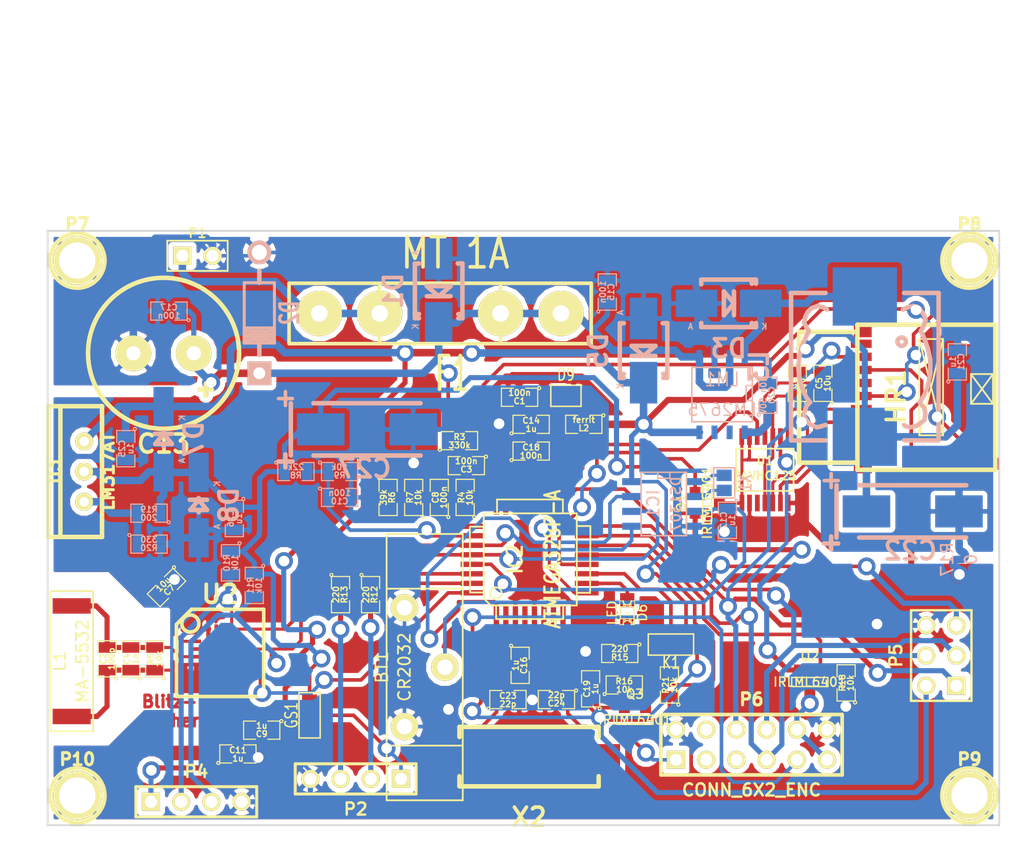
<source format=kicad_pcb>
(kicad_pcb (version 3) (host pcbnew "(2013-10-15 BZR 4389)-product")
  (title_block (title Blitzsucher) (date "16 Nov 2013") (rev 0.1))
  (layers (15 F.Cu signal) (0 B.Cu signal) (18 B.Paste user) (19 F.Paste user) (20 B.SilkS user) (21 F.SilkS user) (22 B.Mask user) (23 F.Mask user) (28 Edge.Cuts user))
  (net 0 "")
  (net 1 +3.3V)
  (net 2 +5V)
  (net 3 /IRQ_AS)
  (net 4 /IRQ_RTC)
  (net 5 /IRQ_SD)
  (net 6 /Vldr)
  (net 7 /clk)
  (net 8 /cs)
  (net 9 /dht)
  (net 10 /di)
  (net 11 /eth_3V)
  (net 12 /eth_5V)
  (net 13 /eth_cs)
  (net 14 /eth_res)
  (net 15 /eth_sck)
  (net 16 /eth_si)
  (net 17 /eth_so)
  (net 18 /mess3,3V)
  (net 19 /mess5V)
  (net 20 /messVin)
  (net 21 /reset)
  (net 22 /rxd)
  (net 23 /scl)
  (net 24 /sd3,3V)
  (net 25 /sd_cs)
  (net 26 /sda)
  (net 27 /txd)
  (net 28 /xtal1)
  (net 29 /xtal2)
  (net 30 GND)
  (net 31 GNDPWR)
  (net 32 "Net-(BT1-Pad1)")
  (net 33 "Net-(C11-Pad1)")
  (net 34 "Net-(C13-Pad1)")
  (net 35 "Net-(C14-Pad2)")
  (net 36 "Net-(C18-Pad2)")
  (net 37 "Net-(C2-Pad2)")
  (net 38 "Net-(C20-Pad1)")
  (net 39 "Net-(C20-Pad2)")
  (net 40 "Net-(C7-Pad2)")
  (net 41 "Net-(D6-Pad1)")
  (net 42 "Net-(D6-Pad2)")
  (net 43 "Net-(F1-Pad1)")
  (net 44 "Net-(GS1-Pad2)")
  (net 45 "Net-(IC1-Pad1)")
  (net 46 "Net-(IC1-Pad2)")
  (net 47 "Net-(P2-Pad2)")
  (net 48 "Net-(P2-Pad3)")
  (net 49 "Net-(P6-Pad1)")
  (net 50 "Net-(R19-Pad2)")
  (net 51 VCC)
  (module MuSelf (layer B.Cu) (at 186.625 108.925 270)
    (fp_text reference R17 (at -1.2875 1 270) (layer B.SilkS) (effects (justify mirror)))
    (fp_text value 0 (at -1.2875 -1 270) (layer B.SilkS) (effects (justify mirror)))
    (fp_line (start -2.575 0) (end -2.253125 0) (layer B.Cu) (width 0.635))
    (fp_line (start -2.253125 0) (end -2.129949 -0.024501) (layer B.Cu) (width 0.635))
    (fp_line (start -2.129949 -0.024501) (end -2.025525 -0.094275) (layer B.Cu) (width 0.635))
    (fp_line (start -2.025525 -0.094275) (end -1.955751 -0.198699) (layer B.Cu) (width 0.635))
    (fp_line (start -1.955751 -0.198699) (end -1.93125 -0.321875) (layer B.Cu) (width 0.635))
    (fp_line (start -1.93125 -0.321875) (end -1.93125 -0.203201) (layer B.Cu) (width 0.635))
    (fp_line (start -1.93125 -0.203201) (end -1.906749 -0.326377) (layer B.Cu) (width 0.635))
    (fp_line (start -1.906749 -0.326377) (end -1.836975 -0.430801) (layer B.Cu) (width 0.635))
    (fp_line (start -1.836975 -0.430801) (end -1.732551 -0.500575) (layer B.Cu) (width 0.635))
    (fp_line (start -1.732551 -0.500575) (end -1.609375 -0.525076) (layer B.Cu) (width 0.635))
    (fp_line (start -1.609375 -0.525076) (end -1.486199 -0.500575) (layer B.Cu) (width 0.635))
    (fp_line (start -1.486199 -0.500575) (end -1.381775 -0.430801) (layer B.Cu) (width 0.635))
    (fp_line (start -1.381775 -0.430801) (end -1.312001 -0.326377) (layer B.Cu) (width 0.635))
    (fp_line (start -1.312001 -0.326377) (end -1.2875 -0.203201) (layer B.Cu) (width 0.635))
    (fp_line (start -1.2875 -0.203201) (end -1.2875 0.203201) (layer B.Cu) (width 0.635))
    (fp_line (start -1.2875 0.203201) (end -1.262999 0.326377) (layer B.Cu) (width 0.635))
    (fp_line (start -1.262999 0.326377) (end -1.193225 0.430801) (layer B.Cu) (width 0.635))
    (fp_line (start -1.193225 0.430801) (end -1.088801 0.500575) (layer B.Cu) (width 0.635))
    (fp_line (start -1.088801 0.500575) (end -0.965625 0.525076) (layer B.Cu) (width 0.635))
    (fp_line (start -0.965625 0.525076) (end -0.842449 0.500575) (layer B.Cu) (width 0.635))
    (fp_line (start -0.842449 0.500575) (end -0.738025 0.430801) (layer B.Cu) (width 0.635))
    (fp_line (start -0.738025 0.430801) (end -0.668251 0.326377) (layer B.Cu) (width 0.635))
    (fp_line (start -0.668251 0.326377) (end -0.64375 0.203201) (layer B.Cu) (width 0.635))
    (fp_line (start -0.64375 0.203201) (end -0.64375 0.321875) (layer B.Cu) (width 0.635))
    (fp_line (start -0.64375 0.321875) (end -0.619249 0.198699) (layer B.Cu) (width 0.635))
    (fp_line (start -0.619249 0.198699) (end -0.549475 0.094275) (layer B.Cu) (width 0.635))
    (fp_line (start -0.549475 0.094275) (end -0.445051 0.024501) (layer B.Cu) (width 0.635))
    (fp_line (start -0.445051 0.024501) (end -0.321875 0) (layer B.Cu) (width 0.635))
    (fp_line (start -0.321875 0) (end 0 0) (layer B.Cu) (width 0.635))
    (pad 1 smd circle (at 0 0 270) (size 0.635 0.635) (layers B.Cu) (net 30 GND))
    (pad 2 smd circle (at -2.575 0 270) (size 0.635 0.635) (layers B.Cu) (net 31 GNDPWR))
  )
  (module "KHZ 20PCB-V" (layer F.Cu) (at 141.7 116.7 270)
    (fp_text reference BT1 (at 0 3.6 270) (layer F.SilkS))
    (fp_text value CR2032 (at 0 1.7 270) (layer F.SilkS))
    (pad 2 thru_hole circle (at -5 1.7 270) (size 2.3 2.3) (drill 1.3) (layers *.Cu *.Mask F.SilkS) (net 30 GND))
    (pad 2 thru_hole circle (at 5 1.7 270) (size 2.3 2.3) (drill 1.3) (layers *.Cu *.Mask F.SilkS) (net 30 GND))
    (pad 1 thru_hole circle (at 0 -1.7 270) (size 2.3 2.3) (drill 1.3) (layers *.Cu *.Mask F.SilkS) (net 32 "Net-(BT1-Pad1)"))
  )
  (module SM0805 (layer F.Cu) (at 149.675 94 180)
    (fp_text reference C1 (at 0 -0.3175 180) (layer F.SilkS) (effects (font (size 0.50038 0.50038) (thickness 0.10922))))
    (fp_text value 100n (at 0 0.381 180) (layer F.SilkS) (effects (font (size 0.50038 0.50038) (thickness 0.10922))))
    (pad 1 smd rect (at -0.9525 0 180) (size 0.889 1.397) (layers F.Cu F.Paste F.Mask) (net 6 /Vldr))
    (pad 2 smd rect (at 0.9525 0 180) (size 0.889 1.397) (layers F.Cu F.Paste F.Mask) (net 30 GND))
  )
  (module SM0805 (layer F.Cu) (at 115 116 90)
    (fp_text reference C2 (at 0 -0.3175 90) (layer F.SilkS) (effects (font (size 0.50038 0.50038) (thickness 0.10922))))
    (fp_text value 100p (at 0 0.381 90) (layer F.SilkS) (effects (font (size 0.50038 0.50038) (thickness 0.10922))))
    (pad 1 smd rect (at -0.9525 0 90) (size 0.889 1.397) (layers F.Cu F.Paste F.Mask) (net 30 GND))
    (pad 2 smd rect (at 0.9525 0 90) (size 0.889 1.397) (layers F.Cu F.Paste F.Mask) (net 37 "Net-(C2-Pad2)"))
  )
  (module SM0805 (layer F.Cu) (at 145.2 99.75 180)
    (fp_text reference C3 (at 0 -0.3175 180) (layer F.SilkS) (effects (font (size 0.50038 0.50038) (thickness 0.10922))))
    (fp_text value 100n (at 0 0.381 180) (layer F.SilkS) (effects (font (size 0.50038 0.50038) (thickness 0.10922))))
    (pad 1 smd rect (at -0.9525 0 180) (size 0.889 1.397) (layers F.Cu F.Paste F.Mask) (net 20 /messVin))
    (pad 2 smd rect (at 0.9525 0 180) (size 0.889 1.397) (layers F.Cu F.Paste F.Mask) (net 30 GND))
  )
  (module SM0805 (layer F.Cu) (at 117 116 90)
    (fp_text reference C4 (at 0 -0.3175 90) (layer F.SilkS) (effects (font (size 0.50038 0.50038) (thickness 0.10922))))
    (fp_text value 1n (at 0 0.381 90) (layer F.SilkS) (effects (font (size 0.50038 0.50038) (thickness 0.10922))))
    (pad 1 smd rect (at -0.9525 0 90) (size 0.889 1.397) (layers F.Cu F.Paste F.Mask) (net 30 GND))
    (pad 2 smd rect (at 0.9525 0 90) (size 0.889 1.397) (layers F.Cu F.Paste F.Mask) (net 37 "Net-(C2-Pad2)"))
  )
  (module SM0805 (layer F.Cu) (at 175.175 92.825 90)
    (fp_text reference C5 (at 0 -0.3175 90) (layer F.SilkS) (effects (font (size 0.50038 0.50038) (thickness 0.10922))))
    (fp_text value 10u (at 0 0.381 90) (layer F.SilkS) (effects (font (size 0.50038 0.50038) (thickness 0.10922))))
    (pad 1 smd rect (at -0.9525 0 90) (size 0.889 1.397) (layers F.Cu F.Paste F.Mask) (net 51 VCC))
    (pad 2 smd rect (at 0.9525 0 90) (size 0.889 1.397) (layers F.Cu F.Paste F.Mask) (net 30 GND))
  )
  (module SM0805 (layer F.Cu) (at 173.025 92.825 90)
    (fp_text reference C6 (at 0 -0.3175 90) (layer F.SilkS) (effects (font (size 0.50038 0.50038) (thickness 0.10922))))
    (fp_text value 1u (at 0 0.381 90) (layer F.SilkS) (effects (font (size 0.50038 0.50038) (thickness 0.10922))))
    (pad 1 smd rect (at -0.9525 0 90) (size 0.889 1.397) (layers F.Cu F.Paste F.Mask) (net 51 VCC))
    (pad 2 smd rect (at 0.9525 0 90) (size 0.889 1.397) (layers F.Cu F.Paste F.Mask) (net 30 GND))
  )
  (module SM0805 (layer F.Cu) (at 120 110 225)
    (fp_text reference C7 (at 0 -0.3175 225) (layer F.SilkS) (effects (font (size 0.50038 0.50038) (thickness 0.10922))))
    (fp_text value 10u (at 0 0.381 225) (layer F.SilkS) (effects (font (size 0.50038 0.50038) (thickness 0.10922))))
    (pad 1 smd rect (at -0.9525 0 225) (size 0.889 1.397) (layers F.Cu F.Paste F.Mask) (net 30 GND))
    (pad 2 smd rect (at 0.9525 0 225) (size 0.889 1.397) (layers F.Cu F.Paste F.Mask) (net 40 "Net-(C7-Pad2)"))
  )
  (module SM0805 (layer F.Cu) (at 142.925 102.425 90)
    (fp_text reference C8 (at 0 -0.3175 90) (layer F.SilkS) (effects (font (size 0.50038 0.50038) (thickness 0.10922))))
    (fp_text value 100n (at 0 0.381 90) (layer F.SilkS) (effects (font (size 0.50038 0.50038) (thickness 0.10922))))
    (pad 1 smd rect (at -0.9525 0 90) (size 0.889 1.397) (layers F.Cu F.Paste F.Mask) (net 19 /mess5V))
    (pad 2 smd rect (at 0.9525 0 90) (size 0.889 1.397) (layers F.Cu F.Paste F.Mask) (net 30 GND))
  )
  (module SM0805 (layer F.Cu) (at 128 122 180)
    (fp_text reference C9 (at 0 -0.3175 180) (layer F.SilkS) (effects (font (size 0.50038 0.50038) (thickness 0.10922))))
    (fp_text value 1u (at 0 0.381 180) (layer F.SilkS) (effects (font (size 0.50038 0.50038) (thickness 0.10922))))
    (pad 1 smd rect (at -0.9525 0 180) (size 0.889 1.397) (layers F.Cu F.Paste F.Mask) (net 2 +5V))
    (pad 2 smd rect (at 0.9525 0 180) (size 0.889 1.397) (layers F.Cu F.Paste F.Mask) (net 30 GND))
  )
  (module SM0805 (layer B.Cu) (at 134.55 102.425)
    (fp_text reference C10 (at 0 0.3175) (layer B.SilkS) (effects (font (size 0.50038 0.50038) (thickness 0.10922)) (justify mirror)))
    (fp_text value 100n (at 0 -0.381) (layer B.SilkS) (effects (font (size 0.50038 0.50038) (thickness 0.10922)) (justify mirror)))
    (pad 1 smd rect (at -0.9525 0) (size 0.889 1.397) (layers B.Cu B.Paste B.Mask) (net 18 /mess3,3V))
    (pad 2 smd rect (at 0.9525 0) (size 0.889 1.397) (layers B.Cu B.Paste B.Mask) (net 30 GND))
  )
  (module SM0805 (layer F.Cu) (at 126 124)
    (fp_text reference C11 (at 0 -0.3175) (layer F.SilkS) (effects (font (size 0.50038 0.50038) (thickness 0.10922))))
    (fp_text value 1u (at 0 0.381) (layer F.SilkS) (effects (font (size 0.50038 0.50038) (thickness 0.10922))))
    (pad 1 smd rect (at -0.9525 0) (size 0.889 1.397) (layers F.Cu F.Paste F.Mask) (net 33 "Net-(C11-Pad1)"))
    (pad 2 smd rect (at 0.9525 0) (size 0.889 1.397) (layers F.Cu F.Paste F.Mask) (net 30 GND))
  )
  (module SM0805 (layer B.Cu) (at 167.15 104.35 270)
    (fp_text reference C12 (at 0 0.3175 270) (layer B.SilkS) (effects (font (size 0.50038 0.50038) (thickness 0.10922)) (justify mirror)))
    (fp_text value 1u (at 0 -0.381 270) (layer B.SilkS) (effects (font (size 0.50038 0.50038) (thickness 0.10922)) (justify mirror)))
    (pad 1 smd rect (at -0.9525 0 270) (size 0.889 1.397) (layers B.Cu B.Paste B.Mask) (net 32 "Net-(BT1-Pad1)"))
    (pad 2 smd rect (at 0.9525 0 270) (size 0.889 1.397) (layers B.Cu B.Paste B.Mask) (net 30 GND))
  )
  (module Elko_vert_DM12-5_RM5 (layer F.Cu) (at 119.75 90.3 180)
    (fp_text reference C13 (at 0 -7.62 180) (layer F.SilkS) (effects (font (thickness 0.3048))))
    (fp_text value 470u hide)
    (fp_line (start -3.556 -3.556) (end -3.556 -2.54) (layer F.Cu) (width 0.381))
    (fp_line (start -4.064 -3.048) (end -3.048 -3.048) (layer F.Cu) (width 0.381))
    (pad 2 thru_hole circle (at 2.54 0 180) (size 2.99974 2.99974) (drill 1.19888) (layers *.Cu *.Mask F.SilkS) (net 31 GNDPWR))
    (pad 1 thru_hole circle (at -2.54 0 180) (size 2.99974 2.99974) (drill 1.19888) (layers *.Cu *.Mask F.SilkS) (net 34 "Net-(C13-Pad1)"))
  )
  (module SM0805 (layer F.Cu) (at 150.65 96.275)
    (fp_text reference C14 (at 0 -0.3175) (layer F.SilkS) (effects (font (size 0.50038 0.50038) (thickness 0.10922))))
    (fp_text value 1u (at 0 0.381) (layer F.SilkS) (effects (font (size 0.50038 0.50038) (thickness 0.10922))))
    (pad 1 smd rect (at -0.9525 0) (size 0.889 1.397) (layers F.Cu F.Paste F.Mask) (net 30 GND))
    (pad 2 smd rect (at 0.9525 0) (size 0.889 1.397) (layers F.Cu F.Paste F.Mask) (net 35 "Net-(C14-Pad2)"))
  )
  (module SM0805 (layer B.Cu) (at 157.05 85.15 90)
    (fp_text reference C15 (at 0 0.3175 90) (layer B.SilkS) (effects (font (size 0.50038 0.50038) (thickness 0.10922)) (justify mirror)))
    (fp_text value 100n (at 0 -0.381 90) (layer B.SilkS) (effects (font (size 0.50038 0.50038) (thickness 0.10922)) (justify mirror)))
    (pad 1 smd rect (at -0.9525 0 90) (size 0.889 1.397) (layers B.Cu B.Paste B.Mask) (net 34 "Net-(C13-Pad1)"))
    (pad 2 smd rect (at 0.9525 0 90) (size 0.889 1.397) (layers B.Cu B.Paste B.Mask) (net 31 GNDPWR))
  )
  (module SM0805 (layer F.Cu) (at 149.725 116.55 270)
    (fp_text reference C16 (at 0 -0.3175 270) (layer F.SilkS) (effects (font (size 0.50038 0.50038) (thickness 0.10922))))
    (fp_text value 1u (at 0 0.381 270) (layer F.SilkS) (effects (font (size 0.50038 0.50038) (thickness 0.10922))))
    (pad 1 smd rect (at -0.9525 0 270) (size 0.889 1.397) (layers F.Cu F.Paste F.Mask) (net 2 +5V))
    (pad 2 smd rect (at 0.9525 0 270) (size 0.889 1.397) (layers F.Cu F.Paste F.Mask) (net 30 GND))
  )
  (module SM0805 (layer B.Cu) (at 120.2 86.75 180)
    (fp_text reference C17 (at 0 0.3175 180) (layer B.SilkS) (effects (font (size 0.50038 0.50038) (thickness 0.10922)) (justify mirror)))
    (fp_text value 100n (at 0 -0.381 180) (layer B.SilkS) (effects (font (size 0.50038 0.50038) (thickness 0.10922)) (justify mirror)))
    (pad 1 smd rect (at -0.9525 0 180) (size 0.889 1.397) (layers B.Cu B.Paste B.Mask) (net 34 "Net-(C13-Pad1)"))
    (pad 2 smd rect (at 0.9525 0 180) (size 0.889 1.397) (layers B.Cu B.Paste B.Mask) (net 31 GNDPWR))
  )
  (module SM0805 (layer F.Cu) (at 150.65 98.525)
    (fp_text reference C18 (at 0 -0.3175) (layer F.SilkS) (effects (font (size 0.50038 0.50038) (thickness 0.10922))))
    (fp_text value 100n (at 0 0.381) (layer F.SilkS) (effects (font (size 0.50038 0.50038) (thickness 0.10922))))
    (pad 1 smd rect (at -0.9525 0) (size 0.889 1.397) (layers F.Cu F.Paste F.Mask) (net 30 GND))
    (pad 2 smd rect (at 0.9525 0) (size 0.889 1.397) (layers F.Cu F.Paste F.Mask) (net 36 "Net-(C18-Pad2)"))
  )
  (module SM0805 (layer F.Cu) (at 155.65 118.525 90)
    (fp_text reference C19 (at 0 -0.3175 90) (layer F.SilkS) (effects (font (size 0.50038 0.50038) (thickness 0.10922))))
    (fp_text value 1u (at 0 0.381 90) (layer F.SilkS) (effects (font (size 0.50038 0.50038) (thickness 0.10922))))
    (pad 1 smd rect (at -0.9525 0 90) (size 0.889 1.397) (layers F.Cu F.Paste F.Mask) (net 2 +5V))
    (pad 2 smd rect (at 0.9525 0 90) (size 0.889 1.397) (layers F.Cu F.Paste F.Mask) (net 30 GND))
  )
  (module SM0805 (layer B.Cu) (at 170.55 93.825 90)
    (fp_text reference C20 (at 0 0.3175 90) (layer B.SilkS) (effects (font (size 0.50038 0.50038) (thickness 0.10922)) (justify mirror)))
    (fp_text value "10n 50V" (at 0 -0.381 90) (layer B.SilkS) (effects (font (size 0.50038 0.50038) (thickness 0.10922)) (justify mirror)))
    (pad 1 smd rect (at -0.9525 0 90) (size 0.889 1.397) (layers B.Cu B.Paste B.Mask) (net 38 "Net-(C20-Pad1)"))
    (pad 2 smd rect (at 0.9525 0 90) (size 0.889 1.397) (layers B.Cu B.Paste B.Mask) (net 39 "Net-(C20-Pad2)"))
  )
  (module SM0805 (layer B.Cu) (at 186.475 91.025 90)
    (fp_text reference C21 (at 0 0.3175 90) (layer B.SilkS) (effects (font (size 0.50038 0.50038) (thickness 0.10922)) (justify mirror)))
    (fp_text value 1u (at 0 -0.381 90) (layer B.SilkS) (effects (font (size 0.50038 0.50038) (thickness 0.10922)) (justify mirror)))
    (pad 1 smd rect (at -0.9525 0 90) (size 0.889 1.397) (layers B.Cu B.Paste B.Mask) (net 2 +5V))
    (pad 2 smd rect (at 0.9525 0 90) (size 0.889 1.397) (layers B.Cu B.Paste B.Mask) (net 31 GNDPWR))
  )
  (module TantalC_SizeD_EIA-7343_HandSoldering_RevA_28Aug2012 (layer B.Cu) (at 182.725 103.6)
    (fp_text reference C22 (at -0.20066 3.29946) (layer B.SilkS) (effects (font (thickness 0.3048)) (justify mirror)))
    (fp_text value "47u Tantal" hide)
    (fp_text user + (at -6.85546 -2.70002) (layer B.SilkS) (effects (font (thickness 0.3048)) (justify mirror)))
    (pad 2 smd rect (at 3.88874 0) (size 4.0005 2.70002) (layers B.Cu B.Paste B.Mask) (net 31 GNDPWR))
    (pad 1 smd rect (at -3.88874 0) (size 4.0005 2.70002) (layers B.Cu B.Paste B.Mask) (net 2 +5V))
  )
  (module SM0805 (layer F.Cu) (at 148.7 119.425)
    (fp_text reference C23 (at 0 -0.3175) (layer F.SilkS) (effects (font (size 0.50038 0.50038) (thickness 0.10922))))
    (fp_text value 22p (at 0 0.381) (layer F.SilkS) (effects (font (size 0.50038 0.50038) (thickness 0.10922))))
    (pad 1 smd rect (at -0.9525 0) (size 0.889 1.397) (layers F.Cu F.Paste F.Mask) (net 28 /xtal1))
    (pad 2 smd rect (at 0.9525 0) (size 0.889 1.397) (layers F.Cu F.Paste F.Mask) (net 30 GND))
  )
  (module SM0805 (layer F.Cu) (at 152.775 119.425 180)
    (fp_text reference C24 (at 0 -0.3175 180) (layer F.SilkS) (effects (font (size 0.50038 0.50038) (thickness 0.10922))))
    (fp_text value 22p (at 0 0.381 180) (layer F.SilkS) (effects (font (size 0.50038 0.50038) (thickness 0.10922))))
    (pad 1 smd rect (at -0.9525 0 180) (size 0.889 1.397) (layers F.Cu F.Paste F.Mask) (net 29 /xtal2))
    (pad 2 smd rect (at 0.9525 0 180) (size 0.889 1.397) (layers F.Cu F.Paste F.Mask) (net 30 GND))
  )
  (module SM0805 (layer B.Cu) (at 116.575 98.325 270)
    (fp_text reference C25 (at 0 0.3175 270) (layer B.SilkS) (effects (font (size 0.50038 0.50038) (thickness 0.10922)) (justify mirror)))
    (fp_text value 1u (at 0 -0.381 270) (layer B.SilkS) (effects (font (size 0.50038 0.50038) (thickness 0.10922)) (justify mirror)))
    (pad 1 smd rect (at -0.9525 0 270) (size 0.889 1.397) (layers B.Cu B.Paste B.Mask) (net 2 +5V))
    (pad 2 smd rect (at 0.9525 0 270) (size 0.889 1.397) (layers B.Cu B.Paste B.Mask) (net 30 GND))
  )
  (module SM0805 (layer B.Cu) (at 125.7 104.2 270)
    (fp_text reference C26 (at 0 0.3175 270) (layer B.SilkS) (effects (font (size 0.50038 0.50038) (thickness 0.10922)) (justify mirror)))
    (fp_text value 1u (at 0 -0.381 270) (layer B.SilkS) (effects (font (size 0.50038 0.50038) (thickness 0.10922)) (justify mirror)))
    (pad 1 smd rect (at -0.9525 0 270) (size 0.889 1.397) (layers B.Cu B.Paste B.Mask) (net 1 +3.3V))
    (pad 2 smd rect (at 0.9525 0 270) (size 0.889 1.397) (layers B.Cu B.Paste B.Mask) (net 30 GND))
  )
  (module TantalC_SizeD_EIA-7343_HandSoldering_RevA_28Aug2012 (layer B.Cu) (at 136.85 96.7)
    (fp_text reference C27 (at -0.20066 3.29946) (layer B.SilkS) (effects (font (thickness 0.3048)) (justify mirror)))
    (fp_text value "47u Tantal" hide)
    (fp_text user + (at -6.85546 -2.70002) (layer B.SilkS) (effects (font (thickness 0.3048)) (justify mirror)))
    (pad 2 smd rect (at 3.88874 0) (size 4.0005 2.70002) (layers B.Cu B.Paste B.Mask) (net 30 GND))
    (pad 1 smd rect (at -3.88874 0) (size 4.0005 2.70002) (layers B.Cu B.Paste B.Mask) (net 1 +3.3V))
  )
  (module Diode-SMB_Handsoldering_RevA_27July2010 (layer B.Cu) (at 142.875 85.05 270)
    (fp_text reference D1 (at 0 3.81 270) (layer B.SilkS) (effects (font (thickness 0.3048)) (justify mirror)))
    (fp_text value p6ke39aSMD hide)
    (fp_text user A (at -3.2004 1.95072 270) (layer B.SilkS) (effects (font (size 0.50038 0.50038) (thickness 0.09906)) (justify mirror)))
    (fp_text user K (at 2.99974 1.95072 270) (layer B.SilkS) (effects (font (size 0.50038 0.50038) (thickness 0.09906)) (justify mirror)))
    (pad 1 smd rect (at -2.70002 0 270) (size 3.50012 2.30124) (layers B.Cu B.Paste B.Mask) (net 31 GNDPWR))
    (pad 2 smd rect (at 2.70002 0 270) (size 3.50012 2.30124) (layers B.Cu B.Paste B.Mask) (net 34 "Net-(C13-Pad1)"))
  )
  (module Diode_DO-41_SOD81_Horizontal_RM10 (layer B.Cu) (at 127.8 86.9 270)
    (fp_text reference D2 (at 0 -2.54 270) (layer B.SilkS) (effects (font (size 1.524 1.016) (thickness 0.254)) (justify mirror)))
    (fp_text value SB150 hide)
    (pad 1 thru_hole circle (at -5.08 0 270) (size 1.99898 1.99898) (drill 1.27) (layers *.Cu *.Mask B.SilkS) (net 31 GNDPWR))
    (pad 2 thru_hole rect (at 5.08 0 270) (size 1.99898 1.99898) (drill 1.00076) (layers *.Cu *.Mask B.SilkS) (net 34 "Net-(C13-Pad1)"))
  )
  (module Diode-SMB_Handsoldering_RevA_27July2010 (layer B.Cu) (at 167.25 86.1)
    (fp_text reference D3 (at 0 3.81) (layer B.SilkS) (effects (font (thickness 0.3048)) (justify mirror)))
    (fp_text value PMEG6030 hide)
    (fp_text user A (at -3.2004 1.95072) (layer B.SilkS) (effects (font (size 0.50038 0.50038) (thickness 0.09906)) (justify mirror)))
    (fp_text user K (at 2.99974 1.95072) (layer B.SilkS) (effects (font (size 0.50038 0.50038) (thickness 0.09906)) (justify mirror)))
    (pad 1 smd rect (at -2.70002 0) (size 3.50012 2.30124) (layers B.Cu B.Paste B.Mask) (net 31 GNDPWR))
    (pad 2 smd rect (at 2.70002 0) (size 3.50012 2.30124) (layers B.Cu B.Paste B.Mask) (net 39 "Net-(C20-Pad2)"))
  )
  (module Diode-SMB_Handsoldering_RevA_27July2010 (layer B.Cu) (at 160.1 90.075 270)
    (fp_text reference D5 (at 0 3.81 270) (layer B.SilkS) (effects (font (thickness 0.3048)) (justify mirror)))
    (fp_text value p6ke6,8aSMD hide)
    (fp_text user A (at -3.2004 1.95072 270) (layer B.SilkS) (effects (font (size 0.50038 0.50038) (thickness 0.09906)) (justify mirror)))
    (fp_text user K (at 2.99974 1.95072 270) (layer B.SilkS) (effects (font (size 0.50038 0.50038) (thickness 0.09906)) (justify mirror)))
    (pad 1 smd rect (at -2.70002 0 270) (size 3.50012 2.30124) (layers B.Cu B.Paste B.Mask) (net 31 GNDPWR))
    (pad 2 smd rect (at 2.70002 0 270) (size 3.50012 2.30124) (layers B.Cu B.Paste B.Mask) (net 2 +5V))
  )
  (module LED-0805 (layer F.Cu) (at 158.725 112.125 270)
    (fp_text reference D6 (at 0 -1.27 270) (layer F.SilkS) (effects (font (size 0.762 0.762) (thickness 0.127))))
    (fp_text value LED (at 0 1.27 270) (layer F.SilkS) (effects (font (size 0.762 0.762) (thickness 0.127))))
    (pad 1 smd rect (at -1.04902 0 270) (size 1.19888 1.19888) (layers F.Cu F.Paste F.Mask) (net 41 "Net-(D6-Pad1)"))
    (pad 2 smd rect (at 1.04902 0 270) (size 1.19888 1.19888) (layers F.Cu F.Paste F.Mask) (net 42 "Net-(D6-Pad2)"))
  )
  (module Diode-MiniMELF_Handsoldering_RevA_27July2010 (layer B.Cu) (at 119.75 97.525 90)
    (fp_text reference D7 (at 0 2.54 90) (layer B.SilkS) (effects (font (thickness 0.3048)) (justify mirror)))
    (fp_text value 1n4148 hide)
    (fp_text user A (at -1.80086 1.5494 90) (layer B.SilkS) (effects (font (size 0.50038 0.50038) (thickness 0.09906)) (justify mirror)))
    (fp_text user K (at 1.80086 1.5494 90) (layer B.SilkS) (effects (font (size 0.50038 0.50038) (thickness 0.09906)) (justify mirror)))
    (pad 1 smd rect (at -2.75082 0 90) (size 3.29946 1.69926) (layers B.Cu B.Paste B.Mask) (net 1 +3.3V))
    (pad 2 smd rect (at 2.75082 0 90) (size 3.29946 1.69926) (layers B.Cu B.Paste B.Mask) (net 2 +5V))
  )
  (module Diode-MiniMELF_Handsoldering_RevA_27July2010 (layer B.Cu) (at 122.7 103.075 90)
    (fp_text reference D8 (at 0 2.54 90) (layer B.SilkS) (effects (font (thickness 0.3048)) (justify mirror)))
    (fp_text value zf3,6SMD hide)
    (fp_text user A (at -1.80086 1.5494 90) (layer B.SilkS) (effects (font (size 0.50038 0.50038) (thickness 0.09906)) (justify mirror)))
    (fp_text user K (at 1.80086 1.5494 90) (layer B.SilkS) (effects (font (size 0.50038 0.50038) (thickness 0.09906)) (justify mirror)))
    (pad 1 smd rect (at -2.75082 0 90) (size 3.29946 1.69926) (layers B.Cu B.Paste B.Mask) (net 30 GND))
    (pad 2 smd rect (at 2.75082 0 90) (size 3.29946 1.69926) (layers B.Cu B.Paste B.Mask) (net 1 +3.3V))
  )
  (module FUSE5-20 (layer F.Cu) (at 143 86.95)
    (fp_text reference F1 (at 1.016 5.08) (layer F.SilkS) (effects (font (size 2.83464 1.59512) (thickness 0.3048))))
    (fp_text value "MT 1A" (at 1.27 -5.08) (layer F.SilkS) (effects (font (size 2.54 2.032) (thickness 0.3048))))
    (pad 1 thru_hole circle (at -10.16 0) (size 3.81 3.81) (drill 1.397) (layers *.Cu *.Mask F.SilkS) (net 43 "Net-(F1-Pad1)"))
    (pad 1 thru_hole circle (at -5.08 0) (size 3.81 3.81) (drill 1.397) (layers *.Cu *.Mask F.SilkS) (net 43 "Net-(F1-Pad1)"))
    (pad 2 thru_hole circle (at 5.08 0) (size 3.81 3.81) (drill 1.397) (layers *.Cu *.Mask F.SilkS) (net 34 "Net-(C13-Pad1)"))
    (pad 2 thru_hole circle (at 10.16 0) (size 3.81 3.81) (drill 1.397) (layers *.Cu *.Mask F.SilkS) (net 34 "Net-(C13-Pad1)"))
  )
  (module GS3 (layer F.Cu) (at 132.025 120.75 180)
    (fp_text reference GS1 (at 1.524 0 270) (layer F.SilkS) (effects (font (size 1.016 0.762) (thickness 0.127))))
    (fp_text value GS3 hide)
    (pad 1 smd rect (at 0 -1.27 180) (size 1.27 0.9652) (layers F.Cu F.Paste F.Mask) (net 2 +5V))
    (pad 2 smd rect (at 0 0 180) (size 1.27 0.9652) (layers F.Cu F.Paste F.Mask) (net 44 "Net-(GS1-Pad2)"))
    (pad 3 smd rect (at 0 1.27 180) (size 1.27 0.9652) (layers F.Cu F.Paste F.Mask) (net 1 +3.3V))
  )
  (module DM3D-SF (layer F.Cu) (at 179.275 94 270)
    (fp_text reference HR1 (at -0.05 -2.05 270) (layer F.SilkS) (effects (font (thickness 0.3048))))
    (fp_text value DM3D-SF hide)
    (pad 9 smd rect (at -5.62522 -8.34898 270) (size 1.45034 1.00076) (layers F.Cu F.Paste F.Mask) (net 51 VCC))
    (pad "" connect rect (at -5.95034 -6.85038 270) (size 0.8001 1.50114) (layers F.Cu F.Mask))
    (pad "" connect rect (at -5.69888 0.7493 270) (size 1.30048 1.50114) (layers F.Cu F.Mask))
    (pad "" connect rect (at 5.64984 0.7493 270) (size 1.50114 1.50114) (layers F.Cu F.Mask))
    (pad "" connect rect (at 6.00036 -7.50062 270) (size 0.8001 1.39954) (layers F.Cu F.Mask))
    (pad 10 smd rect (at 5.59904 -9.92378 270) (size 1.00076 1.5494) (layers F.Cu F.Paste F.Mask) (net 5 /IRQ_SD))
    (pad 1 smd rect (at 3.19874 0.87376 270) (size 0.70104 1.75006) (layers F.Cu F.Paste F.Mask))
    (pad 2 smd rect (at 2.09892 0.87376 270) (size 0.70104 1.75006) (layers F.Cu F.Paste F.Mask) (net 8 /cs))
    (pad 3 smd rect (at 0.9991 0.87376 270) (size 0.70104 1.75006) (layers F.Cu F.Paste F.Mask) (net 10 /di))
    (pad 4 smd rect (at -0.10072 0.87376 270) (size 0.70104 1.75006) (layers F.Cu F.Paste F.Mask) (net 51 VCC))
    (pad 5 smd rect (at -1.20054 0.87376 270) (size 0.70104 1.75006) (layers F.Cu F.Paste F.Mask) (net 7 /clk))
    (pad 6 smd rect (at -2.30036 0.87376 270) (size 0.70104 1.75006) (layers F.Cu F.Paste F.Mask) (net 30 GND))
    (pad 7 smd rect (at -3.40018 0.87376 270) (size 0.70104 1.75006) (layers F.Cu F.Paste F.Mask) (net 17 /eth_so))
    (pad 8 smd rect (at -4.5 0.87376 270) (size 0.70104 1.75006) (layers F.Cu F.Paste F.Mask))
  )
  (module TQFP32 (layer F.Cu) (at 150.55 107.625 90)
    (fp_text reference IC2 (at 0 -1.27 90) (layer F.SilkS) (effects (font (size 1.27 1.016) (thickness 0.2032))))
    (fp_text value ATMEGA328P-A (at 0 1.905 90) (layer F.SilkS) (effects (font (size 1.27 1.016) (thickness 0.2032))))
    (pad 8 smd rect (at -4.81584 2.77622 90) (size 1.99898 0.44958) (layers F.Cu F.Paste F.Mask) (net 29 /xtal2))
    (pad 7 smd rect (at -4.81584 1.97612 90) (size 1.99898 0.44958) (layers F.Cu F.Paste F.Mask) (net 28 /xtal1))
    (pad 6 smd rect (at -4.81584 1.17602 90) (size 1.99898 0.44958) (layers F.Cu F.Paste F.Mask) (net 2 +5V))
    (pad 5 smd rect (at -4.81584 0.37592 90) (size 1.99898 0.44958) (layers F.Cu F.Paste F.Mask) (net 30 GND))
    (pad 4 smd rect (at -4.81584 -0.42418 90) (size 1.99898 0.44958) (layers F.Cu F.Paste F.Mask) (net 2 +5V))
    (pad 3 smd rect (at -4.81584 -1.22428 90) (size 1.99898 0.44958) (layers F.Cu F.Paste F.Mask) (net 30 GND))
    (pad 2 smd rect (at -4.81584 -2.02438 90) (size 1.99898 0.44958) (layers F.Cu F.Paste F.Mask) (net 13 /eth_cs))
    (pad 1 smd rect (at -4.81584 -2.82448 90) (size 1.99898 0.44958) (layers F.Cu F.Paste F.Mask) (net 4 /IRQ_RTC))
    (pad 24 smd rect (at 4.7498 -2.8194 90) (size 1.99898 0.44958) (layers F.Cu F.Paste F.Mask) (net 20 /messVin))
    (pad 17 smd rect (at 4.7498 2.794 90) (size 1.99898 0.44958) (layers F.Cu F.Paste F.Mask) (net 15 /eth_sck))
    (pad 18 smd rect (at 4.7498 1.9812 90) (size 1.99898 0.44958) (layers F.Cu F.Paste F.Mask) (net 35 "Net-(C14-Pad2)"))
    (pad 19 smd rect (at 4.7498 1.1684 90) (size 1.99898 0.44958) (layers F.Cu F.Paste F.Mask) (net 6 /Vldr))
    (pad 20 smd rect (at 4.7498 0.381 90) (size 1.99898 0.44958) (layers F.Cu F.Paste F.Mask) (net 36 "Net-(C18-Pad2)"))
    (pad 21 smd rect (at 4.7498 -0.4318 90) (size 1.99898 0.44958) (layers F.Cu F.Paste F.Mask) (net 30 GND))
    (pad 22 smd rect (at 4.7498 -1.2192 90) (size 1.99898 0.44958) (layers F.Cu F.Paste F.Mask))
    (pad 23 smd rect (at 4.7498 -2.032 90) (size 1.99898 0.44958) (layers F.Cu F.Paste F.Mask) (net 5 /IRQ_SD))
    (pad 32 smd rect (at -2.82448 -4.826 90) (size 0.44958 1.99898) (layers F.Cu F.Paste F.Mask) (net 3 /IRQ_AS))
    (pad 31 smd rect (at -2.02692 -4.826 90) (size 0.44958 1.99898) (layers F.Cu F.Paste F.Mask) (net 27 /txd))
    (pad 30 smd rect (at -1.22428 -4.826 90) (size 0.44958 1.99898) (layers F.Cu F.Paste F.Mask) (net 22 /rxd))
    (pad 29 smd rect (at -0.42672 -4.826 90) (size 0.44958 1.99898) (layers F.Cu F.Paste F.Mask) (net 21 /reset))
    (pad 28 smd rect (at 0.37592 -4.826 90) (size 0.44958 1.99898) (layers F.Cu F.Paste F.Mask) (net 23 /scl))
    (pad 27 smd rect (at 1.17348 -4.826 90) (size 0.44958 1.99898) (layers F.Cu F.Paste F.Mask) (net 26 /sda))
    (pad 26 smd rect (at 1.97612 -4.826 90) (size 0.44958 1.99898) (layers F.Cu F.Paste F.Mask) (net 18 /mess3,3V))
    (pad 25 smd rect (at 2.77368 -4.826 90) (size 0.44958 1.99898) (layers F.Cu F.Paste F.Mask) (net 19 /mess5V))
    (pad 9 smd rect (at -2.8194 4.7752 90) (size 0.44958 1.99898) (layers F.Cu F.Paste F.Mask) (net 25 /sd_cs))
    (pad 10 smd rect (at -2.032 4.7752 90) (size 0.44958 1.99898) (layers F.Cu F.Paste F.Mask) (net 41 "Net-(D6-Pad1)"))
    (pad 11 smd rect (at -1.2192 4.7752 90) (size 0.44958 1.99898) (layers F.Cu F.Paste F.Mask) (net 9 /dht))
    (pad 12 smd rect (at -0.4318 4.7752 90) (size 0.44958 1.99898) (layers F.Cu F.Paste F.Mask) (net 24 /sd3,3V))
    (pad 13 smd rect (at 0.3556 4.7752 90) (size 0.44958 1.99898) (layers F.Cu F.Paste F.Mask) (net 12 /eth_5V))
    (pad 14 smd rect (at 1.1684 4.7752 90) (size 0.44958 1.99898) (layers F.Cu F.Paste F.Mask) (net 11 /eth_3V))
    (pad 15 smd rect (at 1.9812 4.7752 90) (size 0.44958 1.99898) (layers F.Cu F.Paste F.Mask) (net 16 /eth_si))
    (pad 16 smd rect (at 2.794 4.7752 90) (size 0.44958 1.99898) (layers F.Cu F.Paste F.Mask) (net 17 /eth_so))
  )
  (module MA5532-AE (layer F.Cu) (at 112.025 116.2 270)
    (fp_text reference L1 (at 0 1 270) (layer F.SilkS))
    (fp_text value MA-5532 (at 0 -0.9 450) (layer F.SilkS))
    (pad 1 smd rect (at -4.65 0 270) (size 1.3 3.2) (layers F.Cu F.Paste F.Mask) (net 37 "Net-(C2-Pad2)"))
    (pad 2 smd rect (at 4.65 0 270) (size 1.3 3.2) (layers F.Cu F.Paste F.Mask) (net 30 GND))
  )
  (module SM0805 (layer F.Cu) (at 155.075 96.275 180)
    (fp_text reference L2 (at 0 -0.3175 180) (layer F.SilkS) (effects (font (size 0.50038 0.50038) (thickness 0.10922))))
    (fp_text value ferrit (at 0 0.381 180) (layer F.SilkS) (effects (font (size 0.50038 0.50038) (thickness 0.10922))))
    (pad 1 smd rect (at -0.9525 0 180) (size 0.889 1.397) (layers F.Cu F.Paste F.Mask) (net 2 +5V))
    (pad 2 smd rect (at 0.9525 0 180) (size 0.889 1.397) (layers F.Cu F.Paste F.Mask) (net 35 "Net-(C14-Pad2)"))
  )
  (module Choke_SMD_Wuerth-WE-PD-Typ-LS_Handsoldering_RevA_27July2010 (layer B.Cu) (at 178.7 91.425 270)
    (fp_text reference L3 (at 0 8.89 270) (layer B.SilkS) (effects (font (thickness 0.3048)) (justify mirror)))
    (fp_text value 68uH hide)
    (pad 1 smd rect (at -5.90042 0 270) (size 4.89966 5.40004) (layers B.Cu B.Paste B.Mask) (net 39 "Net-(C20-Pad2)"))
    (pad 2 smd rect (at 5.90042 0 270) (size 4.89966 5.40004) (layers B.Cu B.Paste B.Mask) (net 2 +5V))
  )
  (module SO8N (layer B.Cu) (at 166.7 93.775 180)
    (fp_text reference LM1 (at 0 1.27 180) (layer B.SilkS) (effects (font (size 1.143 1.016) (thickness 0.127)) (justify mirror)))
    (fp_text value LM2675 (at 0 -1.27 180) (layer B.SilkS) (effects (font (size 1.016 1.016) (thickness 0.127)) (justify mirror)))
    (pad 8 smd rect (at -1.905 3.175 180) (size 0.508 1.143) (layers B.Cu B.Paste B.Mask) (net 39 "Net-(C20-Pad2)"))
    (pad 7 smd rect (at -0.635 3.175 180) (size 0.508 1.143) (layers B.Cu B.Paste B.Mask) (net 34 "Net-(C13-Pad1)"))
    (pad 6 smd rect (at 0.635 3.175 180) (size 0.508 1.143) (layers B.Cu B.Paste B.Mask) (net 31 GNDPWR))
    (pad 5 smd rect (at 1.905 3.175 180) (size 0.508 1.143) (layers B.Cu B.Paste B.Mask) (net 34 "Net-(C13-Pad1)"))
    (pad 4 smd rect (at 1.905 -3.175 180) (size 0.508 1.143) (layers B.Cu B.Paste B.Mask) (net 2 +5V))
    (pad 3 smd rect (at 0.635 -3.175 180) (size 0.508 1.143) (layers B.Cu B.Paste B.Mask))
    (pad 2 smd rect (at -0.635 -3.175 180) (size 0.508 1.143) (layers B.Cu B.Paste B.Mask))
    (pad 1 smd rect (at -1.905 -3.175 180) (size 0.508 1.143) (layers B.Cu B.Paste B.Mask) (net 38 "Net-(C20-Pad1)"))
  )
  (module PIN_ARRAY_2X1 (layer F.Cu) (at 122.6 82.1)
    (fp_text reference P1 (at 0 -1.905) (layer F.SilkS) (effects (font (size 0.762 0.762) (thickness 0.1524))))
    (fp_text value CONN_2_pwr hide)
    (pad 1 thru_hole rect (at -1.27 0) (size 1.524 1.524) (drill 1.016) (layers *.Cu *.Mask F.SilkS) (net 43 "Net-(F1-Pad1)"))
    (pad 2 thru_hole circle (at 1.27 0) (size 1.524 1.524) (drill 1.016) (layers *.Cu *.Mask F.SilkS) (net 31 GNDPWR))
  )
  (module PIN_ARRAY_4x1 (layer F.Cu) (at 135.9 126.1 180)
    (fp_text reference P2 (at 0 -2.54 180) (layer F.SilkS) (effects (font (size 1.016 1.016) (thickness 0.2032))))
    (fp_text value CONN_4_GPS hide)
    (pad 1 thru_hole rect (at -3.81 0 180) (size 1.524 1.524) (drill 1.016) (layers *.Cu *.Mask F.SilkS) (net 44 "Net-(GS1-Pad2)"))
    (pad 2 thru_hole circle (at -1.27 0 180) (size 1.524 1.524) (drill 1.016) (layers *.Cu *.Mask F.SilkS) (net 47 "Net-(P2-Pad2)"))
    (pad 3 thru_hole circle (at 1.27 0 180) (size 1.524 1.524) (drill 1.016) (layers *.Cu *.Mask F.SilkS) (net 48 "Net-(P2-Pad3)"))
    (pad 4 thru_hole circle (at 3.81 0 180) (size 1.524 1.524) (drill 1.016) (layers *.Cu *.Mask F.SilkS) (net 30 GND))
  )
  (module PIN_ARRAY_4x1 (layer F.Cu) (at 122.5 128.025)
    (fp_text reference P4 (at 0 -2.54) (layer F.SilkS) (effects (font (size 1.016 1.016) (thickness 0.2032))))
    (fp_text value CONN_4_I2C hide)
    (pad 1 thru_hole rect (at -3.81 0) (size 1.524 1.524) (drill 1.016) (layers *.Cu *.Mask F.SilkS) (net 2 +5V))
    (pad 2 thru_hole circle (at -1.27 0) (size 1.524 1.524) (drill 1.016) (layers *.Cu *.Mask F.SilkS) (net 26 /sda))
    (pad 3 thru_hole circle (at 1.27 0) (size 1.524 1.524) (drill 1.016) (layers *.Cu *.Mask F.SilkS) (net 23 /scl))
    (pad 4 thru_hole circle (at 3.81 0) (size 1.524 1.524) (drill 1.016) (layers *.Cu *.Mask F.SilkS) (net 30 GND))
  )
  (module pin_array_3x2 (layer F.Cu) (at 185.125 115.725 90)
    (fp_text reference P5 (at 0 -3.81 90) (layer F.SilkS) (effects (font (size 1.016 1.016) (thickness 0.2032))))
    (fp_text value CONN_3X2_ISP hide)
    (pad 1 thru_hole rect (at -2.54 1.27 90) (size 1.524 1.524) (drill 1.016) (layers *.Cu *.Mask F.SilkS) (net 17 /eth_so))
    (pad 2 thru_hole circle (at -2.54 -1.27 90) (size 1.524 1.524) (drill 1.016) (layers *.Cu *.Mask F.SilkS) (net 2 +5V))
    (pad 3 thru_hole circle (at 0 1.27 90) (size 1.524 1.524) (drill 1.016) (layers *.Cu *.Mask F.SilkS) (net 15 /eth_sck))
    (pad 4 thru_hole circle (at 0 -1.27 90) (size 1.524 1.524) (drill 1.016) (layers *.Cu *.Mask F.SilkS) (net 16 /eth_si))
    (pad 5 thru_hole circle (at 2.54 1.27 90) (size 1.524 1.524) (drill 1.016) (layers *.Cu *.Mask F.SilkS) (net 21 /reset))
    (pad 6 thru_hole circle (at 2.54 -1.27 90) (size 1.524 1.524) (drill 1.016) (layers *.Cu *.Mask F.SilkS) (net 30 GND))
  )
  (module pin_array_6x2 (layer F.Cu) (at 169.175 123.225)
    (fp_text reference P6 (at 0 -3.81) (layer F.SilkS) (effects (font (size 1.016 1.016) (thickness 0.27432))))
    (fp_text value CONN_6X2_ENC (at 0 3.81) (layer F.SilkS) (effects (font (size 1.016 1.016) (thickness 0.2032))))
    (pad 1 thru_hole rect (at -6.35 1.27) (size 1.524 1.524) (drill 1.016) (layers *.Cu *.Mask F.SilkS) (net 49 "Net-(P6-Pad1)"))
    (pad 2 thru_hole circle (at -6.35 -1.27) (size 1.524 1.524) (drill 1.016) (layers *.Cu *.Mask F.SilkS) (net 30 GND))
    (pad 3 thru_hole circle (at -3.81 1.27) (size 1.524 1.524) (drill 1.016) (layers *.Cu *.Mask F.SilkS))
    (pad 4 thru_hole circle (at -3.81 -1.27) (size 1.524 1.524) (drill 1.016) (layers *.Cu *.Mask F.SilkS))
    (pad 5 thru_hole circle (at -1.27 1.27) (size 1.524 1.524) (drill 1.016) (layers *.Cu *.Mask F.SilkS))
    (pad 6 thru_hole circle (at -1.27 -1.27) (size 1.524 1.524) (drill 1.016) (layers *.Cu *.Mask F.SilkS) (net 17 /eth_so))
    (pad 7 thru_hole circle (at 1.27 1.27) (size 1.524 1.524) (drill 1.016) (layers *.Cu *.Mask F.SilkS) (net 16 /eth_si))
    (pad 8 thru_hole circle (at 1.27 -1.27) (size 1.524 1.524) (drill 1.016) (layers *.Cu *.Mask F.SilkS) (net 15 /eth_sck))
    (pad 9 thru_hole circle (at 3.81 1.27) (size 1.524 1.524) (drill 1.016) (layers *.Cu *.Mask F.SilkS) (net 13 /eth_cs))
    (pad 10 thru_hole circle (at 3.81 -1.27) (size 1.524 1.524) (drill 1.016) (layers *.Cu *.Mask F.SilkS) (net 14 /eth_res))
    (pad 11 thru_hole circle (at 6.35 1.27) (size 1.524 1.524) (drill 1.016) (layers *.Cu *.Mask F.SilkS) (net 14 /eth_res))
    (pad 12 thru_hole circle (at 6.35 -1.27) (size 1.524 1.524) (drill 1.016) (layers *.Cu *.Mask F.SilkS) (net 30 GND))
  )
  (module SOT23GDS (layer F.Cu) (at 165.45 102.875 90)
    (fp_text reference Q1 (at 0 -2.159 90) (layer F.SilkS) (effects (font (size 0.762 0.762) (thickness 0.12954))))
    (fp_text value IRLML6401 (at 0 0 90) (layer F.SilkS) (effects (font (size 0.762 0.762) (thickness 0.12954))))
    (pad S smd rect (at -0.889 -1.016 90) (size 0.9144 0.9144) (layers F.Cu F.Paste F.Mask) (net 1 +3.3V))
    (pad G smd rect (at 0.889 -1.016 90) (size 0.9144 0.9144) (layers F.Cu F.Paste F.Mask) (net 24 /sd3,3V))
    (pad D smd rect (at 0 1.016 90) (size 0.9144 0.9144) (layers F.Cu F.Paste F.Mask) (net 51 VCC))
  )
  (module SOT23GDS (layer F.Cu) (at 174.075 117.95)
    (fp_text reference Q2 (at 0 -2.159) (layer F.SilkS) (effects (font (size 0.762 0.762) (thickness 0.12954))))
    (fp_text value IRLML6401 (at 0 0) (layer F.SilkS) (effects (font (size 0.762 0.762) (thickness 0.12954))))
    (pad S smd rect (at -0.889 -1.016) (size 0.9144 0.9144) (layers F.Cu F.Paste F.Mask) (net 1 +3.3V))
    (pad G smd rect (at 0.889 -1.016) (size 0.9144 0.9144) (layers F.Cu F.Paste F.Mask) (net 11 /eth_3V))
    (pad D smd rect (at 0 1.016) (size 0.9144 0.9144) (layers F.Cu F.Paste F.Mask) (net 14 /eth_res))
  )
  (module SOT23GDS (layer F.Cu) (at 159.375 121.125)
    (fp_text reference Q3 (at 0 -2.159) (layer F.SilkS) (effects (font (size 0.762 0.762) (thickness 0.12954))))
    (fp_text value IRLML6401 (at 0 0) (layer F.SilkS) (effects (font (size 0.762 0.762) (thickness 0.12954))))
    (pad S smd rect (at -0.889 -1.016) (size 0.9144 0.9144) (layers F.Cu F.Paste F.Mask) (net 2 +5V))
    (pad G smd rect (at 0.889 -1.016) (size 0.9144 0.9144) (layers F.Cu F.Paste F.Mask) (net 12 /eth_5V))
    (pad D smd rect (at 0 1.016) (size 0.9144 0.9144) (layers F.Cu F.Paste F.Mask) (net 49 "Net-(P6-Pad1)"))
  )
  (module SM0805 (layer F.Cu) (at 144.625 97.65)
    (fp_text reference R3 (at 0 -0.3175) (layer F.SilkS) (effects (font (size 0.50038 0.50038) (thickness 0.10922))))
    (fp_text value 330k (at 0 0.381) (layer F.SilkS) (effects (font (size 0.50038 0.50038) (thickness 0.10922))))
    (pad 1 smd rect (at -0.9525 0) (size 0.889 1.397) (layers F.Cu F.Paste F.Mask) (net 34 "Net-(C13-Pad1)"))
    (pad 2 smd rect (at 0.9525 0) (size 0.889 1.397) (layers F.Cu F.Paste F.Mask) (net 20 /messVin))
  )
  (module SM0805 (layer F.Cu) (at 145.1 102.425 90)
    (fp_text reference R4 (at 0 -0.3175 90) (layer F.SilkS) (effects (font (size 0.50038 0.50038) (thickness 0.10922))))
    (fp_text value 10k (at 0 0.381 90) (layer F.SilkS) (effects (font (size 0.50038 0.50038) (thickness 0.10922))))
    (pad 1 smd rect (at -0.9525 0 90) (size 0.889 1.397) (layers F.Cu F.Paste F.Mask) (net 20 /messVin))
    (pad 2 smd rect (at 0.9525 0 90) (size 0.889 1.397) (layers F.Cu F.Paste F.Mask) (net 30 GND))
  )
  (module SM0805 (layer F.Cu) (at 119 116 90)
    (fp_text reference R5 (at 0 -0.3175 90) (layer F.SilkS) (effects (font (size 0.50038 0.50038) (thickness 0.10922))))
    (fp_text value 10k (at 0 0.381 90) (layer F.SilkS) (effects (font (size 0.50038 0.50038) (thickness 0.10922))))
    (pad 1 smd rect (at -0.9525 0 90) (size 0.889 1.397) (layers F.Cu F.Paste F.Mask) (net 30 GND))
    (pad 2 smd rect (at 0.9525 0 90) (size 0.889 1.397) (layers F.Cu F.Paste F.Mask) (net 37 "Net-(C2-Pad2)"))
  )
  (module SM0805 (layer F.Cu) (at 138.625 102.425 270)
    (fp_text reference R6 (at 0 -0.3175 270) (layer F.SilkS) (effects (font (size 0.50038 0.50038) (thickness 0.10922))))
    (fp_text value 39k (at 0 0.381 270) (layer F.SilkS) (effects (font (size 0.50038 0.50038) (thickness 0.10922))))
    (pad 1 smd rect (at -0.9525 0 270) (size 0.889 1.397) (layers F.Cu F.Paste F.Mask) (net 2 +5V))
    (pad 2 smd rect (at 0.9525 0 270) (size 0.889 1.397) (layers F.Cu F.Paste F.Mask) (net 19 /mess5V))
  )
  (module SM0805 (layer F.Cu) (at 140.775 102.425 90)
    (fp_text reference R7 (at 0 -0.3175 90) (layer F.SilkS) (effects (font (size 0.50038 0.50038) (thickness 0.10922))))
    (fp_text value 10k (at 0 0.381 90) (layer F.SilkS) (effects (font (size 0.50038 0.50038) (thickness 0.10922))))
    (pad 1 smd rect (at -0.9525 0 90) (size 0.889 1.397) (layers F.Cu F.Paste F.Mask) (net 19 /mess5V))
    (pad 2 smd rect (at 0.9525 0 90) (size 0.889 1.397) (layers F.Cu F.Paste F.Mask) (net 30 GND))
  )
  (module SM0805 (layer B.Cu) (at 130.875 100.25)
    (fp_text reference R8 (at 0 0.3175) (layer B.SilkS) (effects (font (size 0.50038 0.50038) (thickness 0.10922)) (justify mirror)))
    (fp_text value 22k (at 0 -0.381) (layer B.SilkS) (effects (font (size 0.50038 0.50038) (thickness 0.10922)) (justify mirror)))
    (pad 1 smd rect (at -0.9525 0) (size 0.889 1.397) (layers B.Cu B.Paste B.Mask) (net 1 +3.3V))
    (pad 2 smd rect (at 0.9525 0) (size 0.889 1.397) (layers B.Cu B.Paste B.Mask) (net 18 /mess3,3V))
  )
  (module SM0805 (layer B.Cu) (at 134.55 100.25)
    (fp_text reference R9 (at 0 0.3175) (layer B.SilkS) (effects (font (size 0.50038 0.50038) (thickness 0.10922)) (justify mirror)))
    (fp_text value 10k (at 0 -0.381) (layer B.SilkS) (effects (font (size 0.50038 0.50038) (thickness 0.10922)) (justify mirror)))
    (pad 1 smd rect (at -0.9525 0) (size 0.889 1.397) (layers B.Cu B.Paste B.Mask) (net 18 /mess3,3V))
    (pad 2 smd rect (at 0.9525 0) (size 0.889 1.397) (layers B.Cu B.Paste B.Mask) (net 30 GND))
  )
  (module SM0805 (layer B.Cu) (at 125.375 107.925 270)
    (fp_text reference R10 (at 0 0.3175 270) (layer B.SilkS) (effects (font (size 0.50038 0.50038) (thickness 0.10922)) (justify mirror)))
    (fp_text value 10k (at 0 -0.381 270) (layer B.SilkS) (effects (font (size 0.50038 0.50038) (thickness 0.10922)) (justify mirror)))
    (pad 1 smd rect (at -0.9525 0 270) (size 0.889 1.397) (layers B.Cu B.Paste B.Mask) (net 1 +3.3V))
    (pad 2 smd rect (at 0.9525 0 270) (size 0.889 1.397) (layers B.Cu B.Paste B.Mask) (net 26 /sda))
  )
  (module SM0805 (layer B.Cu) (at 127.375 109.825 270)
    (fp_text reference R11 (at 0 0.3175 270) (layer B.SilkS) (effects (font (size 0.50038 0.50038) (thickness 0.10922)) (justify mirror)))
    (fp_text value 10k (at 0 -0.381 270) (layer B.SilkS) (effects (font (size 0.50038 0.50038) (thickness 0.10922)) (justify mirror)))
    (pad 1 smd rect (at -0.9525 0 270) (size 0.889 1.397) (layers B.Cu B.Paste B.Mask) (net 1 +3.3V))
    (pad 2 smd rect (at 0.9525 0 270) (size 0.889 1.397) (layers B.Cu B.Paste B.Mask) (net 23 /scl))
  )
  (module SM0805 (layer F.Cu) (at 137.15 110.6 270)
    (fp_text reference R12 (at 0 -0.3175 270) (layer F.SilkS) (effects (font (size 0.50038 0.50038) (thickness 0.10922))))
    (fp_text value 220 (at 0 0.381 270) (layer F.SilkS) (effects (font (size 0.50038 0.50038) (thickness 0.10922))))
    (pad 1 smd rect (at -0.9525 0 270) (size 0.889 1.397) (layers F.Cu F.Paste F.Mask) (net 27 /txd))
    (pad 2 smd rect (at 0.9525 0 270) (size 0.889 1.397) (layers F.Cu F.Paste F.Mask) (net 47 "Net-(P2-Pad2)"))
  )
  (module SM0805 (layer F.Cu) (at 134.625 110.6 270)
    (fp_text reference R13 (at 0 -0.3175 270) (layer F.SilkS) (effects (font (size 0.50038 0.50038) (thickness 0.10922))))
    (fp_text value 220 (at 0 0.381 270) (layer F.SilkS) (effects (font (size 0.50038 0.50038) (thickness 0.10922))))
    (pad 1 smd rect (at -0.9525 0 270) (size 0.889 1.397) (layers F.Cu F.Paste F.Mask) (net 22 /rxd))
    (pad 2 smd rect (at 0.9525 0 270) (size 0.889 1.397) (layers F.Cu F.Paste F.Mask) (net 48 "Net-(P2-Pad3)"))
  )
  (module SM0805 (layer F.Cu) (at 158.1 115.55 180)
    (fp_text reference R15 (at 0 -0.3175 180) (layer F.SilkS) (effects (font (size 0.50038 0.50038) (thickness 0.10922))))
    (fp_text value 220 (at 0 0.381 180) (layer F.SilkS) (effects (font (size 0.50038 0.50038) (thickness 0.10922))))
    (pad 1 smd rect (at -0.9525 0 180) (size 0.889 1.397) (layers F.Cu F.Paste F.Mask) (net 42 "Net-(D6-Pad2)"))
    (pad 2 smd rect (at 0.9525 0 180) (size 0.889 1.397) (layers F.Cu F.Paste F.Mask) (net 30 GND))
  )
  (module SM0805 (layer F.Cu) (at 158.475 118.2)
    (fp_text reference R16 (at 0 -0.3175) (layer F.SilkS) (effects (font (size 0.50038 0.50038) (thickness 0.10922))))
    (fp_text value 10k (at 0 0.381) (layer F.SilkS) (effects (font (size 0.50038 0.50038) (thickness 0.10922))))
    (pad 1 smd rect (at -0.9525 0) (size 0.889 1.397) (layers F.Cu F.Paste F.Mask) (net 30 GND))
    (pad 2 smd rect (at 0.9525 0) (size 0.889 1.397) (layers F.Cu F.Paste F.Mask) (net 12 /eth_5V))
  )
  (module SM0805 (layer F.Cu) (at 177.125 118.025 90)
    (fp_text reference R18 (at 0 -0.3175 90) (layer F.SilkS) (effects (font (size 0.50038 0.50038) (thickness 0.10922))))
    (fp_text value 10k (at 0 0.381 90) (layer F.SilkS) (effects (font (size 0.50038 0.50038) (thickness 0.10922))))
    (pad 1 smd rect (at -0.9525 0 90) (size 0.889 1.397) (layers F.Cu F.Paste F.Mask) (net 30 GND))
    (pad 2 smd rect (at 0.9525 0 90) (size 0.889 1.397) (layers F.Cu F.Paste F.Mask) (net 11 /eth_3V))
  )
  (module SM0805 (layer B.Cu) (at 118.525 103.75 180)
    (fp_text reference R19 (at 0 0.3175 180) (layer B.SilkS) (effects (font (size 0.50038 0.50038) (thickness 0.10922)) (justify mirror)))
    (fp_text value 200 (at 0 -0.381 180) (layer B.SilkS) (effects (font (size 0.50038 0.50038) (thickness 0.10922)) (justify mirror)))
    (pad 1 smd rect (at -0.9525 0 180) (size 0.889 1.397) (layers B.Cu B.Paste B.Mask) (net 1 +3.3V))
    (pad 2 smd rect (at 0.9525 0 180) (size 0.889 1.397) (layers B.Cu B.Paste B.Mask) (net 50 "Net-(R19-Pad2)"))
  )
  (module SM0805 (layer B.Cu) (at 118.525 106.35)
    (fp_text reference R20 (at 0 0.3175) (layer B.SilkS) (effects (font (size 0.50038 0.50038) (thickness 0.10922)) (justify mirror)))
    (fp_text value 330 (at 0 -0.381) (layer B.SilkS) (effects (font (size 0.50038 0.50038) (thickness 0.10922)) (justify mirror)))
    (pad 1 smd rect (at -0.9525 0) (size 0.889 1.397) (layers B.Cu B.Paste B.Mask) (net 50 "Net-(R19-Pad2)"))
    (pad 2 smd rect (at 0.9525 0) (size 0.889 1.397) (layers B.Cu B.Paste B.Mask) (net 30 GND))
  )
  (module SSOP-14 (layer F.Cu) (at 170.3 100.1)
    (fp_text reference U1 (at 0 -0.762) (layer F.SilkS) (effects (font (size 0.7 0.7))))
    (fp_text value 74VHC125 (at 0 0.508) (layer F.SilkS) (effects (font (size 0.7 0.7))))
    (pad 1 smd rect (at -1.9304 2.794) (size 0.4 1.4) (layers F.Cu F.Paste F.Mask) (net 51 VCC))
    (pad 2 smd rect (at -1.2954 2.794) (size 0.4 1.4) (layers F.Cu F.Paste F.Mask) (net 30 GND))
    (pad 3 smd rect (at -0.635 2.794) (size 0.4 1.4) (layers F.Cu F.Paste F.Mask))
    (pad 4 smd rect (at 0 2.794) (size 0.4 1.4) (layers F.Cu F.Paste F.Mask) (net 51 VCC))
    (pad 5 smd rect (at 0.6604 2.794) (size 0.4 1.4) (layers F.Cu F.Paste F.Mask) (net 25 /sd_cs))
    (pad 6 smd rect (at 1.3081 2.794) (size 0.4 1.4) (layers F.Cu F.Paste F.Mask) (net 8 /cs))
    (pad 7 smd rect (at 1.9558 2.794) (size 0.4 1.4) (layers F.Cu F.Paste F.Mask) (net 30 GND))
    (pad 8 smd rect (at 1.9558 -2.794) (size 0.4 1.4) (layers F.Cu F.Paste F.Mask) (net 10 /di))
    (pad 9 smd rect (at 1.3081 -2.794) (size 0.4 1.4) (layers F.Cu F.Paste F.Mask) (net 16 /eth_si))
    (pad 10 smd rect (at 0.6604 -2.794) (size 0.4 1.4) (layers F.Cu F.Paste F.Mask) (net 51 VCC))
    (pad 11 smd rect (at 0 -2.794) (size 0.4 1.4) (layers F.Cu F.Paste F.Mask) (net 7 /clk))
    (pad 12 smd rect (at -0.6477 -2.794) (size 0.4 1.4) (layers F.Cu F.Paste F.Mask) (net 15 /eth_sck))
    (pad 13 smd rect (at -1.2954 -2.794) (size 0.4 1.4) (layers F.Cu F.Paste F.Mask) (net 51 VCC))
    (pad 14 smd rect (at -1.9431 -2.794) (size 0.4 1.4) (layers F.Cu F.Paste F.Mask) (net 51 VCC))
  )
  (module QFN-16-P (layer F.Cu) (at 124.5 115.5)
    (fp_text reference U2 (at 0 -4.93776) (layer F.SilkS) (effects (font (thickness 0.3048))))
    (fp_text value AS3935 hide)
    (pad 1 smd rect (at -1.99898 -0.97282) (size 0.79756 0.29972) (layers F.Cu F.Paste F.Mask) (net 40 "Net-(C7-Pad2)"))
    (pad 2 smd rect (at -1.99898 -0.32258) (size 0.79756 0.29972) (layers F.Cu F.Paste F.Mask) (net 30 GND))
    (pad 3 smd rect (at -1.99898 0.32258) (size 0.79756 0.29972) (layers F.Cu F.Paste F.Mask) (net 37 "Net-(C2-Pad2)"))
    (pad 4 smd rect (at -1.99898 0.97282) (size 0.79756 0.29972) (layers F.Cu F.Paste F.Mask) (net 30 GND))
    (pad 5 smd rect (at -0.97282 1.99898) (size 0.29972 0.79756) (layers F.Cu F.Paste F.Mask) (net 2 +5V))
    (pad 6 smd rect (at -0.32258 1.99898) (size 0.29972 0.79756) (layers F.Cu F.Paste F.Mask) (net 33 "Net-(C11-Pad1)"))
    (pad 7 smd rect (at 0.32258 1.99898) (size 0.29972 0.79756) (layers F.Cu F.Paste F.Mask) (net 2 +5V))
    (pad 8 smd rect (at 0.97282 1.99898) (size 0.29972 0.79756) (layers F.Cu F.Paste F.Mask) (net 30 GND))
    (pad 9 smd rect (at 1.99898 0.97282) (size 0.79756 0.29972) (layers F.Cu F.Paste F.Mask) (net 2 +5V))
    (pad 10 smd rect (at 1.99898 0.32258) (size 0.79756 0.29972) (layers F.Cu F.Paste F.Mask) (net 3 /IRQ_AS))
    (pad 11 smd rect (at 1.99898 -0.32258) (size 0.79756 0.29972) (layers F.Cu F.Paste F.Mask) (net 23 /scl))
    (pad 12 smd rect (at 1.99898 -0.97282) (size 0.79756 0.29972) (layers F.Cu F.Paste F.Mask) (net 30 GND))
    (pad 13 smd rect (at 0.97282 -1.99898) (size 0.29972 0.79756) (layers F.Cu F.Paste F.Mask) (net 26 /sda))
    (pad 14 smd rect (at 0.32258 -1.99898) (size 0.29972 0.79756) (layers F.Cu F.Paste F.Mask))
    (pad 15 smd rect (at -0.32258 -1.99898) (size 0.29972 0.79756) (layers F.Cu F.Paste F.Mask) (net 30 GND))
    (pad 16 smd rect (at -0.97282 -1.99898) (size 0.29972 0.79756) (layers F.Cu F.Paste F.Mask) (net 30 GND))
  )
  (module TO220_VERT_123 (layer F.Cu) (at 113.075 100.25 90)
    (fp_text reference U3 (at 0 -2.49936 90) (layer F.SilkS) (effects (font (size 1.016 1.016) (thickness 0.254))))
    (fp_text value LM317AT (at 0 1.99898 90) (layer F.SilkS) (effects (font (size 1.016 1.016) (thickness 0.254))))
    (pad 1 thru_hole circle (at -2.54 0 90) (size 1.50114 1.50114) (drill 0.8001) (layers *.Cu *.Mask F.SilkS) (net 50 "Net-(R19-Pad2)"))
    (pad 2 thru_hole circle (at 0 0 90) (size 1.50114 1.50114) (drill 0.8001) (layers *.Cu *.Mask F.SilkS) (net 1 +3.3V))
    (pad 3 thru_hole circle (at 2.54 0 90) (size 1.50114 1.50114) (drill 0.8001) (layers *.Cu *.Mask F.SilkS) (net 2 +5V))
  )
  (module Crystal_HC49-SD_SMD_RevA_09Aug2010 (layer F.Cu) (at 150.475 124.225 180)
    (fp_text reference X2 (at 0 -5.08 180) (layer F.SilkS) (effects (font (thickness 0.3048))))
    (fp_text value 20MHz hide)
    (pad 1 smd rect (at -4.84886 0 180) (size 5.6007 2.10058) (layers F.Cu F.Paste F.Mask) (net 29 /xtal2))
    (pad 2 smd rect (at 4.84886 0 180) (size 5.6007 2.10058) (layers F.Cu F.Paste F.Mask) (net 28 /xtal1))
  )
  (module 1pin (layer F.Cu) (at 112.5 82.5)
    (fp_text reference P7 (at 0 -3.048) (layer F.SilkS) (effects (font (size 1.016 1.016) (thickness 0.254))))
    (fp_text value CONN_1 hide)
    (pad 1 thru_hole circle (at 0 0) (size 4.064 4.064) (drill 3.048) (layers *.Cu *.Mask F.SilkS) (net 31 GNDPWR))
  )
  (module 1pin (layer F.Cu) (at 187.5 82.5)
    (fp_text reference P8 (at 0 -3.048) (layer F.SilkS) (effects (font (size 1.016 1.016) (thickness 0.254))))
    (fp_text value CONN_1 hide)
    (pad 1 thru_hole circle (at 0 0) (size 4.064 4.064) (drill 3.048) (layers *.Cu *.Mask F.SilkS) (net 31 GNDPWR))
  )
  (module 1pin (layer F.Cu) (at 187.5 127.5)
    (fp_text reference P9 (at 0 -3.048) (layer F.SilkS) (effects (font (size 1.016 1.016) (thickness 0.254))))
    (fp_text value CONN_1 hide)
    (pad 1 thru_hole circle (at 0 0) (size 4.064 4.064) (drill 3.048) (layers *.Cu *.Mask F.SilkS) (net 30 GND))
  )
  (module 1pin (layer F.Cu) (at 112.5 127.5)
    (fp_text reference P10 (at 0 -3.048) (layer F.SilkS) (effects (font (size 1.016 1.016) (thickness 0.254))))
    (fp_text value CONN_1 hide)
    (pad 1 thru_hole circle (at 0 0) (size 4.064 4.064) (drill 3.048) (layers *.Cu *.Mask F.SilkS) (net 30 GND))
  )
  (module SOIC-8_N (layer B.Cu) (at 161.8 102.975 270)
    (fp_text reference IC1 (at 0 0.889 270) (layer B.SilkS) (effects (justify mirror)))
    (fp_text value DS1307 (at 0 -1.016 270) (layer B.SilkS) (effects (font (size 0.8 0.8)) (justify mirror)))
    (pad 8 smd rect (at -1.875 2.7 270) (size 0.6 1.6) (layers B.Cu B.Paste B.Mask) (net 2 +5V))
    (pad 1 smd rect (at -1.875 -2.7 270) (size 0.6 1.6) (layers B.Cu B.Paste B.Mask) (net 45 "Net-(IC1-Pad1)"))
    (pad 7 smd rect (at -0.625 2.7 270) (size 0.6 1.6) (layers B.Cu B.Paste B.Mask) (net 4 /IRQ_RTC))
    (pad 6 smd rect (at 0.625 2.7 270) (size 0.6 1.6) (layers B.Cu B.Paste B.Mask) (net 23 /scl))
    (pad 5 smd rect (at 1.875 2.7 270) (size 0.6 1.6) (layers B.Cu B.Paste B.Mask) (net 26 /sda))
    (pad 2 smd rect (at -0.625 -2.7 270) (size 0.6 1.6) (layers B.Cu B.Paste B.Mask) (net 46 "Net-(IC1-Pad2)"))
    (pad 3 smd rect (at 0.625 -2.7 270) (size 0.6 1.6) (layers B.Cu B.Paste B.Mask) (net 32 "Net-(BT1-Pad1)"))
    (pad 4 smd rect (at 1.875 -2.7 270) (size 0.6 1.6) (layers B.Cu B.Paste B.Mask) (net 30 GND))
  )
  (module GS3 (layer F.Cu) (at 162.4 114.8 270)
    (fp_text reference K1 (at 1.524 0 360) (layer F.SilkS) (effects (font (size 1.016 0.762) (thickness 0.127))))
    (fp_text value CONN_3_DHT hide)
    (pad 1 smd rect (at 0 -1.27 270) (size 1.27 0.9652) (layers F.Cu F.Paste F.Mask) (net 2 +5V))
    (pad 2 smd rect (at 0 0 270) (size 1.27 0.9652) (layers F.Cu F.Paste F.Mask) (net 9 /dht))
    (pad 3 smd rect (at 0 1.27 270) (size 1.27 0.9652) (layers F.Cu F.Paste F.Mask) (net 30 GND))
  )
  (module SM0805 (layer F.Cu) (at 162.275 118.2 90)
    (fp_text reference R21 (at 0 -0.3175 90) (layer F.SilkS) (effects (font (size 0.50038 0.50038) (thickness 0.10922))))
    (fp_text value 10k (at 0 0.381 90) (layer F.SilkS) (effects (font (size 0.50038 0.50038) (thickness 0.10922))))
    (pad 1 smd rect (at -0.9525 0 90) (size 0.889 1.397) (layers F.Cu F.Paste F.Mask) (net 2 +5V))
    (pad 2 smd rect (at 0.9525 0 90) (size 0.889 1.397) (layers F.Cu F.Paste F.Mask) (net 9 /dht))
  )
  (module GS2 (layer F.Cu) (at 153.575 93.875 90)
    (fp_text reference D9 (at 1.778 0 180) (layer F.SilkS) (effects (font (size 1.016 0.762) (thickness 0.127))))
    (fp_text value BPW34 hide)
    (pad 1 smd rect (at 0 -0.635 90) (size 1.27 0.9652) (layers F.Cu F.Paste F.Mask) (net 6 /Vldr))
    (pad 2 smd rect (at 0 0.635 90) (size 1.27 0.9652) (layers F.Cu F.Paste F.Mask) (net 30 GND))
  )
  (module GS2 (layer B.Cu) (at 166.875 101.2)
    (fp_text reference X1 (at 1.778 0 270) (layer B.SilkS) (effects (font (size 1.016 0.762) (thickness 0.127)) (justify mirror)))
    (fp_text value Uhrenquarz hide)
    (pad 1 smd rect (at 0 0.635) (size 1.27 0.9652) (layers B.Cu B.Paste B.Mask) (net 46 "Net-(IC1-Pad2)"))
    (pad 2 smd rect (at 0 -0.635) (size 1.27 0.9652) (layers B.Cu B.Paste B.Mask) (net 45 "Net-(IC1-Pad1)"))
  )
  (gr_text "Blitz-\nsucher" (at 120.25 120.4) (layer F.Cu) (effects (font (size 1 1) (thickness 0.25))))
  (gr_line (start 190 80) (end 190 130) (angle 90) (layer Edge.Cuts) (width 0.15))
  (gr_line (start 110 80) (end 190 80) (angle 90) (layer Edge.Cuts) (width 0.15))
  (gr_line (start 110 130) (end 110 80) (angle 90) (layer Edge.Cuts) (width 0.15))
  (gr_line (start 190 130) (end 110 130) (angle 90) (layer Edge.Cuts) (width 0.15))
  (segment (start 157.8125 99.3375) (end 157.8125 99.7625) (width 0.3048) (layer B.Cu) (net 1))
  (segment (start 163.139 103.764) (end 164.434 103.764) (width 0.3048) (layer F.Cu) (net 1))
  (segment (start 162.925 103.55) (end 163.139 103.764) (width 0.3048) (layer F.Cu) (net 1))
  (segment (start 162.925 101.05) (end 162.925 103.55) (width 0.3048) (layer F.Cu) (net 1))
  (segment (start 161.725 99.85) (end 162.925 101.05) (width 0.3048) (layer F.Cu) (net 1))
  (segment (start 157.9 99.85) (end 161.725 99.85) (width 0.3048) (layer F.Cu) (net 1))
  (segment (start 157.875 99.825) (end 157.9 99.85) (width 0.3048) (layer F.Cu) (net 1))
  (via (at 157.875 99.825) (size 1.5) (layers F.Cu B.Cu) (net 1))
  (segment (start 157.8125 99.7625) (end 157.875 99.825) (width 0.3048) (layer B.Cu) (net 1))
  (segment (start 164.434 103.764) (end 164.434 105.784) (width 0.4318) (layer F.Cu) (net 1))
  (segment (start 167.8 106.825) (end 167.675 106.7) (width 0.4318) (layer F.Cu) (net 1))
  (segment (start 167.675 106.7) (end 165.35 106.7) (width 0.4318) (layer F.Cu) (net 1))
  (segment (start 173.4 106.825) (end 167.8 106.825) (width 0.4318) (layer F.Cu) (net 1))
  (segment (start 164.434 105.784) (end 165.35 106.7) (width 0.4318) (layer F.Cu) (net 1))
  (segment (start 173.186 116.934) (end 172.209 116.934) (width 0.4318) (layer F.Cu) (net 1))
  (via (at 173.4 106.825) (size 1.5) (layers F.Cu B.Cu) (net 1))
  (segment (start 172.875 106.825) (end 173.4 106.825) (width 0.4318) (layer B.Cu) (net 1))
  (segment (start 169.875 109.825) (end 172.875 106.825) (width 0.4318) (layer B.Cu) (net 1))
  (segment (start 169.875 111.15) (end 169.875 109.825) (width 0.4318) (layer B.Cu) (net 1))
  (segment (start 170.45 111.725) (end 169.875 111.15) (width 0.4318) (layer B.Cu) (net 1))
  (segment (start 170.45 115.175) (end 170.45 111.725) (width 0.4318) (layer B.Cu) (net 1))
  (segment (start 170.525 115.25) (end 170.45 115.175) (width 0.4318) (layer B.Cu) (net 1))
  (via (at 170.525 115.25) (size 1.5) (layers F.Cu B.Cu) (net 1))
  (segment (start 172.209 116.934) (end 170.525 115.25) (width 0.4318) (layer F.Cu) (net 1))
  (segment (start 127.375 108.8725) (end 128.8225 108.8725) (width 0.4318) (layer B.Cu) (net 1))
  (segment (start 128.975 114.325) (end 129.525 114.875) (width 0.4318) (layer B.Cu) (net 1))
  (segment (start 128.975 109.025) (end 128.975 114.325) (width 0.4318) (layer B.Cu) (net 1))
  (segment (start 128.8225 108.8725) (end 128.975 109.025) (width 0.4318) (layer B.Cu) (net 1))
  (segment (start 127.375 108.8725) (end 127.375 107.92) (width 0.4318) (layer B.Cu) (net 1))
  (segment (start 127.375 107.92) (end 126.4275 106.9725) (width 0.4318) (layer B.Cu) (net 1))
  (segment (start 125.375 106.9725) (end 126.4275 106.9725) (width 0.4318) (layer B.Cu) (net 1))
  (segment (start 127.8 105.35) (end 127.825 105.35) (width 0.4318) (layer B.Cu) (net 1))
  (segment (start 127.8 105.6) (end 127.8 105.35) (width 0.4318) (layer B.Cu) (net 1))
  (segment (start 126.4275 106.9725) (end 127.8 105.6) (width 0.4318) (layer B.Cu) (net 1))
  (segment (start 157.8125 99.3375) (end 157.825 99.325) (width 0.3048) (layer B.Cu) (net 1))
  (segment (start 157.825 99.325) (end 157.825 94.25) (width 0.4318) (layer B.Cu) (net 1))
  (segment (start 157.825 94.25) (end 155.925 92.35) (width 0.4318) (layer B.Cu) (net 1))
  (segment (start 155.925 92.35) (end 145.525 92.35) (width 0.4318) (layer B.Cu) (net 1))
  (segment (start 145.525 92.35) (end 144.475 93.4) (width 0.4318) (layer B.Cu) (net 1))
  (segment (start 144.475 93.4) (end 134.25 93.4) (width 0.4318) (layer B.Cu) (net 1))
  (segment (start 134.25 93.4) (end 132.96126 94.68874) (width 0.4318) (layer B.Cu) (net 1))
  (segment (start 132.96126 94.68874) (end 132.96126 96.7) (width 0.4318) (layer B.Cu) (net 1))
  (segment (start 125.7 103.2475) (end 127.825 103.2475) (width 0.4318) (layer B.Cu) (net 1))
  (segment (start 127.8275 103.25) (end 127.825 103.25) (width 0.4318) (layer B.Cu) (net 1))
  (segment (start 127.825 103.2475) (end 127.8275 103.25) (width 0.4318) (layer B.Cu) (net 1))
  (segment (start 129.9225 100.25) (end 129.9225 98.0775) (width 0.4318) (layer B.Cu) (net 1))
  (segment (start 131.3 96.7) (end 132.96126 96.7) (width 0.4318) (layer B.Cu) (net 1))
  (segment (start 129.9225 98.0775) (end 131.3 96.7) (width 0.4318) (layer B.Cu) (net 1))
  (segment (start 132.025 119.48) (end 132.025 116.975) (width 0.3048) (layer F.Cu) (net 1))
  (segment (start 131.925 114.875) (end 129.525 114.875) (width 0.4318) (layer B.Cu) (net 1))
  (segment (start 133.025 115.975) (end 131.925 114.875) (width 0.4318) (layer B.Cu) (net 1))
  (via (at 133.025 115.975) (size 1.5) (layers F.Cu B.Cu) (net 1))
  (segment (start 132.025 116.975) (end 133.025 115.975) (width 0.3048) (layer F.Cu) (net 1))
  (segment (start 127.825 105.35) (end 127.825 103.25) (width 0.4318) (layer B.Cu) (net 1))
  (segment (start 128.425 100.25) (end 129.9225 100.25) (width 0.4318) (layer B.Cu) (net 1))
  (segment (start 127.825 103.25) (end 127.825 100.85) (width 0.4318) (layer B.Cu) (net 1))
  (segment (start 127.825 100.85) (end 128.425 100.25) (width 0.4318) (layer B.Cu) (net 1))
  (segment (start 125.7 103.2475) (end 125.62332 103.2475) (width 0.508) (layer B.Cu) (net 1))
  (segment (start 125.62332 103.2475) (end 122.7 100.32418) (width 0.508) (layer B.Cu) (net 1))
  (segment (start 113.075 100.25) (end 114.15 100.25) (width 0.635) (layer B.Cu) (net 1))
  (segment (start 118.52418 100.27582) (end 119.75 100.27582) (width 0.635) (layer B.Cu) (net 1))
  (segment (start 117.8 101) (end 118.52418 100.27582) (width 0.635) (layer B.Cu) (net 1))
  (segment (start 114.9 101) (end 117.8 101) (width 0.635) (layer B.Cu) (net 1))
  (segment (start 114.15 100.25) (end 114.9 101) (width 0.635) (layer B.Cu) (net 1))
  (segment (start 119.4775 103.75) (end 119.4775 102.5475) (width 0.635) (layer B.Cu) (net 1))
  (segment (start 119.75 102.275) (end 119.75 100.27582) (width 0.635) (layer B.Cu) (net 1))
  (segment (start 119.4775 102.5475) (end 119.75 102.275) (width 0.635) (layer B.Cu) (net 1))
  (segment (start 122.7 100.32418) (end 119.79836 100.32418) (width 0.635) (layer B.Cu) (net 1))
  (segment (start 119.79836 100.32418) (end 119.75 100.27582) (width 0.635) (layer B.Cu) (net 1))
  (segment (start 160.275 108.85) (end 160.275 108.525) (width 0.3048) (layer B.Cu) (net 2))
  (segment (start 163.67 111.37) (end 161.15 108.85) (width 0.3048) (layer F.Cu) (net 2))
  (segment (start 161.15 108.85) (end 160.275 108.85) (width 0.3048) (layer F.Cu) (net 2))
  (via (at 160.275 108.85) (size 1.5) (layers F.Cu B.Cu) (net 2))
  (segment (start 163.67 114.8) (end 163.67 111.37) (width 0.3048) (layer F.Cu) (net 2))
  (segment (start 161.3 101.1) (end 159.1 101.1) (width 0.3048) (layer B.Cu) (net 2))
  (segment (start 162 101.8) (end 161.3 101.1) (width 0.3048) (layer B.Cu) (net 2))
  (segment (start 162 106.8) (end 162 101.8) (width 0.3048) (layer B.Cu) (net 2))
  (segment (start 160.275 108.525) (end 162 106.8) (width 0.3048) (layer B.Cu) (net 2))
  (segment (start 178.7 97.32542) (end 178.7 90.15) (width 0.508) (layer B.Cu) (net 2))
  (segment (start 162.15 94.225) (end 160.1 96.275) (width 0.508) (layer F.Cu) (net 2))
  (segment (start 168.525 94.225) (end 162.15 94.225) (width 0.508) (layer F.Cu) (net 2))
  (segment (start 172.225 90.525) (end 168.525 94.225) (width 0.508) (layer F.Cu) (net 2))
  (segment (start 173.15 90.525) (end 172.225 90.525) (width 0.508) (layer F.Cu) (net 2))
  (segment (start 173.725 89.95) (end 173.15 90.525) (width 0.508) (layer F.Cu) (net 2))
  (via (at 173.725 89.95) (size 1.5) (layers F.Cu B.Cu) (net 2))
  (segment (start 175 88.675) (end 173.725 89.95) (width 0.508) (layer B.Cu) (net 2))
  (segment (start 177.225 88.675) (end 175 88.675) (width 0.508) (layer B.Cu) (net 2))
  (segment (start 178.7 90.15) (end 177.225 88.675) (width 0.508) (layer B.Cu) (net 2))
  (segment (start 163.67 114.8) (end 164.2 114.8) (width 0.3048) (layer F.Cu) (net 2))
  (segment (start 160.5 120.925) (end 156.425 120.925) (width 0.3048) (layer B.Cu) (net 2))
  (segment (start 164.6 116.825) (end 160.5 120.925) (width 0.3048) (layer B.Cu) (net 2))
  (via (at 164.6 116.825) (size 1.5) (layers F.Cu B.Cu) (net 2))
  (segment (start 164.6 115.2) (end 164.6 116.825) (width 0.3048) (layer F.Cu) (net 2))
  (segment (start 164.2 114.8) (end 164.6 115.2) (width 0.3048) (layer F.Cu) (net 2))
  (segment (start 149.725 115.5975) (end 148.5275 115.5975) (width 0.3048) (layer F.Cu) (net 2))
  (segment (start 146.225 120.925) (end 156.425 120.925) (width 0.3048) (layer B.Cu) (net 2))
  (segment (start 145.7 120.4) (end 146.225 120.925) (width 0.3048) (layer B.Cu) (net 2))
  (via (at 145.7 120.4) (size 1.5) (layers F.Cu B.Cu) (net 2))
  (segment (start 146.425 119.675) (end 145.7 120.4) (width 0.3048) (layer F.Cu) (net 2))
  (segment (start 146.425 117.7) (end 146.425 119.675) (width 0.3048) (layer F.Cu) (net 2))
  (segment (start 148.5275 115.5975) (end 146.425 117.7) (width 0.3048) (layer F.Cu) (net 2))
  (segment (start 162.275 119.1525) (end 162.275 120.175) (width 0.3048) (layer F.Cu) (net 2))
  (segment (start 162.275 120.175) (end 161.3 121.15) (width 0.3048) (layer F.Cu) (net 2))
  (segment (start 161.3 121.15) (end 156.65 121.15) (width 0.3048) (layer F.Cu) (net 2))
  (segment (start 156.65 121.15) (end 156.425 120.925) (width 0.3048) (layer F.Cu) (net 2))
  (segment (start 132.8 105.675) (end 131.975 105.675) (width 0.4318) (layer F.Cu) (net 2))
  (segment (start 129.975 120.9775) (end 128.9525 122) (width 0.4318) (layer F.Cu) (net 2))
  (segment (start 129.975 118.475) (end 129.975 120.9775) (width 0.4318) (layer F.Cu) (net 2))
  (segment (start 130.9 117.55) (end 129.975 118.475) (width 0.4318) (layer F.Cu) (net 2))
  (segment (start 130.9 116.05) (end 130.9 117.55) (width 0.4318) (layer F.Cu) (net 2))
  (segment (start 132.275 114.675) (end 130.9 116.05) (width 0.4318) (layer F.Cu) (net 2))
  (segment (start 132.275 113.925) (end 132.275 114.675) (width 0.4318) (layer F.Cu) (net 2))
  (segment (start 132.65 113.55) (end 132.275 113.925) (width 0.4318) (layer F.Cu) (net 2))
  (via (at 132.65 113.55) (size 1.5) (layers F.Cu B.Cu) (net 2))
  (segment (start 130.2 113.55) (end 132.65 113.55) (width 0.4318) (layer B.Cu) (net 2))
  (segment (start 129.85 113.2) (end 130.2 113.55) (width 0.4318) (layer B.Cu) (net 2))
  (segment (start 129.85 107.8) (end 129.85 113.2) (width 0.4318) (layer B.Cu) (net 2))
  (segment (start 129.875 107.775) (end 129.85 107.8) (width 0.4318) (layer B.Cu) (net 2))
  (via (at 129.875 107.775) (size 1.5) (layers F.Cu B.Cu) (net 2))
  (segment (start 131.975 105.675) (end 129.875 107.775) (width 0.4318) (layer F.Cu) (net 2))
  (segment (start 160.1 92.77502) (end 158.42502 92.77502) (width 0.635) (layer B.Cu) (net 2))
  (segment (start 145.625 90.25) (end 140.05 90.25) (width 0.635) (layer F.Cu) (net 2))
  (segment (start 145.65 90.275) (end 145.625 90.25) (width 0.635) (layer F.Cu) (net 2))
  (via (at 145.65 90.275) (size 1.5) (layers F.Cu B.Cu) (net 2))
  (segment (start 155.925 90.275) (end 145.65 90.275) (width 0.635) (layer B.Cu) (net 2))
  (segment (start 158.42502 92.77502) (end 155.925 90.275) (width 0.635) (layer B.Cu) (net 2))
  (segment (start 159.1 101.1) (end 159.1 97.275) (width 0.4318) (layer B.Cu) (net 2))
  (segment (start 159.1 97.275) (end 160.1 96.275) (width 0.4318) (layer B.Cu) (net 2))
  (segment (start 128.9525 122) (end 128.9525 120.6025) (width 0.254) (layer F.Cu) (net 2))
  (segment (start 126.49898 119.57398) (end 126.49898 116.47282) (width 0.254) (layer F.Cu) (net 2))
  (segment (start 128.9525 120.6025) (end 128.675 120.325) (width 0.254) (layer F.Cu) (net 2))
  (segment (start 128.675 120.325) (end 127.25 120.325) (width 0.254) (layer F.Cu) (net 2))
  (segment (start 127.25 120.325) (end 126.49898 119.57398) (width 0.254) (layer F.Cu) (net 2))
  (segment (start 118.69 128.025) (end 118.69 125.41) (width 0.4318) (layer B.Cu) (net 2))
  (segment (start 118.92282 125.17718) (end 123.52718 125.17718) (width 0.4318) (layer F.Cu) (net 2))
  (segment (start 118.725 125.375) (end 118.92282 125.17718) (width 0.4318) (layer F.Cu) (net 2))
  (via (at 118.725 125.375) (size 1.5) (layers F.Cu B.Cu) (net 2))
  (segment (start 118.69 125.41) (end 118.725 125.375) (width 0.4318) (layer B.Cu) (net 2))
  (segment (start 140.05 90.25) (end 129.925 90.25) (width 0.635) (layer B.Cu) (net 2))
  (segment (start 129.925 90.25) (end 129.25 89.575) (width 0.635) (layer B.Cu) (net 2))
  (segment (start 129.25 89.575) (end 125.8 89.575) (width 0.635) (layer B.Cu) (net 2))
  (segment (start 125.8 89.575) (end 125.375 90) (width 0.635) (layer B.Cu) (net 2))
  (segment (start 125.375 90) (end 125.375 93.425) (width 0.635) (layer B.Cu) (net 2))
  (segment (start 125.375 93.425) (end 124.02582 94.77418) (width 0.635) (layer B.Cu) (net 2))
  (segment (start 124.02582 94.77418) (end 119.75 94.77418) (width 0.635) (layer B.Cu) (net 2))
  (via (at 140.05 90.25) (size 1.5) (layers F.Cu B.Cu) (net 2))
  (segment (start 132.025 122.02) (end 128.9725 122.02) (width 0.3048) (layer F.Cu) (net 2))
  (segment (start 128.9725 122.02) (end 128.9525 122) (width 0.3048) (layer F.Cu) (net 2))
  (segment (start 138.625 101.4725) (end 136.9475 101.4725) (width 0.3048) (layer F.Cu) (net 2))
  (segment (start 136.9475 101.4725) (end 136.65 101.175) (width 0.3048) (layer F.Cu) (net 2))
  (segment (start 132.8 105.675) (end 134.175 105.675) (width 0.4318) (layer F.Cu) (net 2))
  (segment (start 140.05 92.775) (end 140.05 90.25) (width 0.4318) (layer F.Cu) (net 2))
  (segment (start 136.65 101.175) (end 136.65 96.175) (width 0.4318) (layer F.Cu) (net 2))
  (segment (start 136.65 96.175) (end 140.05 92.775) (width 0.4318) (layer F.Cu) (net 2))
  (segment (start 136.65 103.2) (end 136.65 101.175) (width 0.4318) (layer F.Cu) (net 2))
  (segment (start 134.175 105.675) (end 136.65 103.2) (width 0.4318) (layer F.Cu) (net 2))
  (segment (start 155.65 119.4775) (end 155.65 120.15) (width 0.3048) (layer F.Cu) (net 2))
  (segment (start 155.65 120.15) (end 156.425 120.925) (width 0.3048) (layer F.Cu) (net 2))
  (segment (start 183.855 126.395) (end 183 127.25) (width 0.4318) (layer B.Cu) (net 2))
  (segment (start 156.425 120.925) (end 156.6 121.1) (width 0.3048) (layer B.Cu) (net 2))
  (segment (start 156.6 121.1) (end 156.6 122.575) (width 0.3048) (layer B.Cu) (net 2))
  (segment (start 183.855 126.395) (end 183.855 118.265) (width 0.4318) (layer B.Cu) (net 2))
  (segment (start 161.275 127.25) (end 156.6 122.575) (width 0.4318) (layer B.Cu) (net 2))
  (segment (start 183 127.25) (end 161.275 127.25) (width 0.4318) (layer B.Cu) (net 2))
  (via (at 156.425 120.925) (size 1.5) (layers F.Cu B.Cu) (net 2))
  (segment (start 158.486 120.109) (end 156.2815 120.109) (width 0.3048) (layer F.Cu) (net 2))
  (segment (start 156.2815 120.109) (end 155.65 119.4775) (width 0.3048) (layer F.Cu) (net 2))
  (segment (start 124.82258 117.49898) (end 124.82258 121.54758) (width 0.254) (layer F.Cu) (net 2))
  (segment (start 125.975 125.425) (end 126.3 125.75) (width 0.254) (layer F.Cu) (net 2))
  (segment (start 125.975 122.7) (end 125.975 125.425) (width 0.254) (layer F.Cu) (net 2))
  (segment (start 124.82258 121.54758) (end 125.975 122.7) (width 0.254) (layer F.Cu) (net 2))
  (segment (start 123.52718 117.49898) (end 123.52718 125.17718) (width 0.254) (layer F.Cu) (net 2))
  (segment (start 128.9525 125.0725) (end 128.9525 122) (width 0.254) (layer F.Cu) (net 2))
  (segment (start 126.3 125.75) (end 128.275 125.75) (width 0.254) (layer F.Cu) (net 2))
  (segment (start 128.275 125.75) (end 128.9525 125.0725) (width 0.254) (layer F.Cu) (net 2))
  (segment (start 124.1 125.75) (end 126.3 125.75) (width 0.254) (layer F.Cu) (net 2))
  (segment (start 123.52718 125.17718) (end 124.1 125.75) (width 0.254) (layer F.Cu) (net 2))
  (segment (start 116.575 97.3725) (end 116.575 95.175) (width 0.635) (layer B.Cu) (net 2))
  (segment (start 116.575 95.175) (end 116.97582 94.77418) (width 0.635) (layer B.Cu) (net 2))
  (segment (start 119.75 94.77418) (end 116.97582 94.77418) (width 0.635) (layer B.Cu) (net 2))
  (segment (start 116.97582 94.77418) (end 116.01082 94.77418) (width 0.635) (layer B.Cu) (net 2))
  (segment (start 116.01082 94.77418) (end 113.075 97.71) (width 0.635) (layer B.Cu) (net 2))
  (segment (start 178.83626 103.6) (end 178.83626 97.46168) (width 0.635) (layer B.Cu) (net 2))
  (segment (start 178.83626 97.46168) (end 178.7 97.32542) (width 0.635) (layer B.Cu) (net 2))
  (segment (start 164.795 96.95) (end 160.775 96.95) (width 0.635) (layer B.Cu) (net 2))
  (segment (start 160.775 96.95) (end 160.1 96.275) (width 0.635) (layer B.Cu) (net 2))
  (segment (start 160.1 92.77502) (end 160.1 96.275) (width 0.635) (layer B.Cu) (net 2))
  (segment (start 160.1 96.275) (end 156.0275 96.275) (width 0.635) (layer F.Cu) (net 2))
  (via (at 160.1 96.275) (size 1.5) (layers F.Cu B.Cu) (net 2))
  (segment (start 178.7 97.32542) (end 185.49958 97.32542) (width 0.635) (layer B.Cu) (net 2))
  (segment (start 186.475 96.35) (end 186.475 91.9775) (width 0.635) (layer B.Cu) (net 2))
  (segment (start 185.49958 97.32542) (end 186.475 96.35) (width 0.635) (layer B.Cu) (net 2))
  (segment (start 151.72602 112.44084) (end 151.72602 115.19898) (width 0.3048) (layer F.Cu) (net 2))
  (segment (start 151.3275 115.5975) (end 149.725 115.5975) (width 0.3048) (layer F.Cu) (net 2))
  (segment (start 151.72602 115.19898) (end 151.3275 115.5975) (width 0.3048) (layer F.Cu) (net 2))
  (segment (start 149.725 115.5975) (end 149.725 114.9) (width 0.3048) (layer F.Cu) (net 2))
  (segment (start 150.12582 114.49918) (end 150.12582 112.44084) (width 0.3048) (layer F.Cu) (net 2))
  (segment (start 149.725 114.9) (end 150.12582 114.49918) (width 0.3048) (layer F.Cu) (net 2))
  (segment (start 145.724 110.44948) (end 143.67552 110.44948) (width 0.3048) (layer F.Cu) (net 3))
  (segment (start 127.52258 115.82258) (end 127.875 116.175) (width 0.254) (layer F.Cu) (net 3))
  (segment (start 127.875 116.175) (end 127.875 118.7) (width 0.254) (layer F.Cu) (net 3))
  (segment (start 127.875 118.7) (end 128.05 118.875) (width 0.254) (layer F.Cu) (net 3))
  (via (at 128.05 118.875) (size 1.5) (layers F.Cu B.Cu) (net 3))
  (segment (start 127.52258 115.82258) (end 126.49898 115.82258) (width 0.254) (layer F.Cu) (net 3))
  (segment (start 132.15 118.875) (end 128.05 118.875) (width 0.3048) (layer B.Cu) (net 3))
  (segment (start 133.25 117.775) (end 132.15 118.875) (width 0.3048) (layer B.Cu) (net 3))
  (via (at 133.25 117.775) (size 1.5) (layers F.Cu B.Cu) (net 3))
  (segment (start 136.35 117.775) (end 133.25 117.775) (width 0.3048) (layer F.Cu) (net 3))
  (segment (start 143.67552 110.44948) (end 136.35 117.775) (width 0.3048) (layer F.Cu) (net 3))
  (segment (start 157.275 102.925) (end 157.275 105.75) (width 0.3048) (layer B.Cu) (net 4))
  (segment (start 157.275 102.925) (end 157.85 102.35) (width 0.3048) (layer B.Cu) (net 4))
  (segment (start 159.1 102.35) (end 157.85 102.35) (width 0.3048) (layer B.Cu) (net 4))
  (segment (start 146.55 104.275) (end 146.55 104.3) (width 0.3048) (layer B.Cu) (net 4))
  (segment (start 146.65 104.175) (end 146.55 104.275) (width 0.3048) (layer B.Cu) (net 4))
  (segment (start 148.85 104.175) (end 146.65 104.175) (width 0.3048) (layer B.Cu) (net 4))
  (segment (start 150.875 106.2) (end 148.85 104.175) (width 0.3048) (layer B.Cu) (net 4))
  (segment (start 156.825 106.2) (end 150.875 106.2) (width 0.3048) (layer B.Cu) (net 4))
  (segment (start 157.275 105.75) (end 156.825 106.2) (width 0.3048) (layer B.Cu) (net 4))
  (segment (start 144.55 111.875) (end 142.1 114.325) (width 0.3048) (layer F.Cu) (net 4))
  (via (at 142.1 114.325) (size 1.5) (layers F.Cu B.Cu) (net 4))
  (segment (start 142.1 114.325) (end 141.95 114.175) (width 0.3048) (layer B.Cu) (net 4))
  (segment (start 141.95 114.175) (end 141.95 108.9) (width 0.3048) (layer B.Cu) (net 4))
  (segment (start 147.72552 112.44084) (end 147.72552 111.37552) (width 0.3048) (layer F.Cu) (net 4))
  (segment (start 147.55 111.2) (end 147.72552 111.37552) (width 0.3048) (layer F.Cu) (net 4))
  (segment (start 144.55 111.2) (end 147.55 111.2) (width 0.3048) (layer F.Cu) (net 4))
  (segment (start 146.55 104.3) (end 141.95 108.9) (width 0.3048) (layer B.Cu) (net 4))
  (segment (start 144.55 111.2) (end 144.55 111.875) (width 0.3048) (layer F.Cu) (net 4))
  (segment (start 148.518 102.8752) (end 148.518 100.268) (width 0.3048) (layer F.Cu) (net 5))
  (segment (start 188.72404 99.59904) (end 189.19878 99.59904) (width 0.3048) (layer F.Cu) (net 5))
  (segment (start 184.775 95.65) (end 188.72404 99.59904) (width 0.3048) (layer F.Cu) (net 5))
  (via (at 184.775 95.65) (size 1.5) (layers F.Cu B.Cu) (net 5))
  (segment (start 184.55 95.425) (end 184.775 95.65) (width 0.3048) (layer B.Cu) (net 5))
  (segment (start 184.55 88.2) (end 184.55 95.425) (width 0.3048) (layer B.Cu) (net 5))
  (segment (start 183 86.65) (end 184.55 88.2) (width 0.3048) (layer B.Cu) (net 5))
  (via (at 183 86.65) (size 1.5) (layers F.Cu B.Cu) (net 5))
  (segment (start 182.925 86.575) (end 183 86.65) (width 0.3048) (layer F.Cu) (net 5))
  (segment (start 175.1 86.575) (end 182.925 86.575) (width 0.3048) (layer F.Cu) (net 5))
  (segment (start 170.425 91.25) (end 175.1 86.575) (width 0.3048) (layer F.Cu) (net 5))
  (segment (start 148.35 91.25) (end 170.425 91.25) (width 0.3048) (layer F.Cu) (net 5))
  (segment (start 146.625 92.975) (end 148.35 91.25) (width 0.3048) (layer F.Cu) (net 5))
  (segment (start 146.625 97.075) (end 146.625 92.975) (width 0.3048) (layer F.Cu) (net 5))
  (segment (start 146.975 97.425) (end 146.625 97.075) (width 0.3048) (layer F.Cu) (net 5))
  (segment (start 147.85 97.425) (end 146.975 97.425) (width 0.3048) (layer F.Cu) (net 5))
  (segment (start 148.225 97.8) (end 147.85 97.425) (width 0.3048) (layer F.Cu) (net 5))
  (segment (start 148.225 99.975) (end 148.225 97.8) (width 0.3048) (layer F.Cu) (net 5))
  (segment (start 148.518 100.268) (end 148.225 99.975) (width 0.3048) (layer F.Cu) (net 5))
  (segment (start 152.94 93.875) (end 151.95 93.875) (width 0.3048) (layer F.Cu) (net 6))
  (segment (start 151.825 94) (end 150.6275 94) (width 0.3048) (layer F.Cu) (net 6))
  (segment (start 151.95 93.875) (end 151.825 94) (width 0.3048) (layer F.Cu) (net 6))
  (segment (start 150.65 97.2) (end 150.65 94.0225) (width 0.3048) (layer F.Cu) (net 6))
  (segment (start 151.7184 100.5566) (end 152.775 99.5) (width 0.3048) (layer F.Cu) (net 6))
  (segment (start 152.775 99.5) (end 152.775 97.5) (width 0.3048) (layer F.Cu) (net 6))
  (segment (start 152.775 97.5) (end 152.675 97.4) (width 0.3048) (layer F.Cu) (net 6))
  (segment (start 152.675 97.4) (end 150.85 97.4) (width 0.3048) (layer F.Cu) (net 6))
  (segment (start 150.85 97.4) (end 150.65 97.2) (width 0.3048) (layer F.Cu) (net 6))
  (segment (start 151.7184 102.8752) (end 151.7184 100.5566) (width 0.3048) (layer F.Cu) (net 6))
  (segment (start 150.65 94.0225) (end 150.6275 94) (width 0.3048) (layer F.Cu) (net 6))
  (segment (start 170.3 97.306) (end 170.3 93.95) (width 0.254) (layer F.Cu) (net 7))
  (segment (start 171.45054 92.79946) (end 178.40124 92.79946) (width 0.254) (layer F.Cu) (net 7))
  (segment (start 170.3 93.95) (end 171.45054 92.79946) (width 0.254) (layer F.Cu) (net 7))
  (segment (start 171.925 101.125) (end 173 101.125) (width 0.3048) (layer F.Cu) (net 8))
  (segment (start 171.6081 101.4419) (end 171.925 101.125) (width 0.3048) (layer F.Cu) (net 8))
  (segment (start 171.6081 102.894) (end 171.6081 101.4419) (width 0.3048) (layer F.Cu) (net 8))
  (segment (start 174.5 96.35) (end 174.75108 96.09892) (width 0.3048) (layer F.Cu) (net 8))
  (segment (start 174.5 99.625) (end 174.5 96.35) (width 0.3048) (layer F.Cu) (net 8))
  (segment (start 173 101.125) (end 174.5 99.625) (width 0.3048) (layer F.Cu) (net 8))
  (segment (start 174.75108 96.09892) (end 178.40124 96.09892) (width 0.3048) (layer F.Cu) (net 8))
  (segment (start 155.3252 108.8442) (end 158.4942 108.8442) (width 0.3048) (layer F.Cu) (net 9))
  (segment (start 162.4 111.175) (end 162.4 114.8) (width 0.3048) (layer F.Cu) (net 9))
  (segment (start 161.375 110.15) (end 162.4 111.175) (width 0.3048) (layer F.Cu) (net 9))
  (segment (start 159.8 110.15) (end 161.375 110.15) (width 0.3048) (layer F.Cu) (net 9))
  (segment (start 158.4942 108.8442) (end 159.8 110.15) (width 0.3048) (layer F.Cu) (net 9))
  (segment (start 162.275 117.2475) (end 162.275 116.225) (width 0.3048) (layer F.Cu) (net 9))
  (segment (start 162.4 116.1) (end 162.4 114.8) (width 0.3048) (layer F.Cu) (net 9))
  (segment (start 162.275 116.225) (end 162.4 116.1) (width 0.3048) (layer F.Cu) (net 9))
  (segment (start 178.40124 94.9991) (end 172.7259 94.9991) (width 0.254) (layer F.Cu) (net 10))
  (segment (start 172.2558 95.4692) (end 172.2558 97.306) (width 0.254) (layer F.Cu) (net 10))
  (segment (start 172.7259 94.9991) (end 172.2558 95.4692) (width 0.254) (layer F.Cu) (net 10))
  (segment (start 155.3252 106.4566) (end 160.5316 106.4566) (width 0.3048) (layer F.Cu) (net 11))
  (segment (start 166.475 113.95) (end 174.45 113.95) (width 0.3048) (layer F.Cu) (net 11))
  (segment (start 165.15 112.625) (end 166.475 113.95) (width 0.3048) (layer F.Cu) (net 11))
  (segment (start 165.15 111.075) (end 165.15 112.625) (width 0.3048) (layer F.Cu) (net 11))
  (segment (start 160.5316 106.4566) (end 165.15 111.075) (width 0.3048) (layer F.Cu) (net 11))
  (segment (start 174.45 113.95) (end 174.964 114.464) (width 0.3048) (layer F.Cu) (net 11))
  (segment (start 174.964 116.934) (end 174.964 114.464) (width 0.3048) (layer F.Cu) (net 11))
  (segment (start 177.125 117.0725) (end 176.1475 117.0725) (width 0.3048) (layer F.Cu) (net 11))
  (segment (start 176.009 116.934) (end 174.964 116.934) (width 0.3048) (layer F.Cu) (net 11))
  (segment (start 176.1475 117.0725) (end 176.009 116.934) (width 0.3048) (layer F.Cu) (net 11))
  (segment (start 164.4 112.975) (end 165.975 114.55) (width 0.3048) (layer F.Cu) (net 12))
  (segment (start 164.4 112.975) (end 164.4 111.2) (width 0.3048) (layer F.Cu) (net 12))
  (segment (start 164.4 111.2) (end 160.5194 107.3194) (width 0.3048) (layer F.Cu) (net 12))
  (segment (start 160.5194 107.2694) (end 160.5194 107.3194) (width 0.3048) (layer F.Cu) (net 12))
  (segment (start 155.3252 107.2694) (end 160.5194 107.2694) (width 0.3048) (layer F.Cu) (net 12))
  (segment (start 165.525 118.2) (end 162.525 118.2) (width 0.3048) (layer F.Cu) (net 12))
  (segment (start 165.975 117.75) (end 165.525 118.2) (width 0.3048) (layer F.Cu) (net 12))
  (segment (start 165.975 114.55) (end 165.975 117.75) (width 0.3048) (layer F.Cu) (net 12))
  (segment (start 159.4275 118.2) (end 162.525 118.2) (width 0.3048) (layer F.Cu) (net 12))
  (segment (start 159.4275 118.2) (end 160.2 118.2) (width 0.3048) (layer F.Cu) (net 12))
  (segment (start 160.264 118.264) (end 160.264 120.109) (width 0.3048) (layer F.Cu) (net 12))
  (segment (start 160.2 118.2) (end 160.264 118.264) (width 0.3048) (layer F.Cu) (net 12))
  (segment (start 148.52562 112.44084) (end 148.52562 113.84938) (width 0.3048) (layer F.Cu) (net 13))
  (segment (start 145.725 114.4) (end 145.725 112.5) (width 0.3048) (layer F.Cu) (net 13))
  (segment (start 146.125 114.8) (end 145.725 114.4) (width 0.3048) (layer F.Cu) (net 13))
  (segment (start 147.575 114.8) (end 146.125 114.8) (width 0.3048) (layer F.Cu) (net 13))
  (segment (start 148.52562 113.84938) (end 147.575 114.8) (width 0.3048) (layer F.Cu) (net 13))
  (segment (start 172.985 124.495) (end 172.985 124.615) (width 0.3048) (layer B.Cu) (net 13))
  (via (at 145.725 112.5) (size 1.5) (layers F.Cu B.Cu) (net 13))
  (segment (start 165.55 112.5) (end 145.725 112.5) (width 0.3048) (layer B.Cu) (net 13))
  (segment (start 166.65 113.6) (end 165.55 112.5) (width 0.3048) (layer B.Cu) (net 13))
  (segment (start 166.65 125.375) (end 166.65 113.6) (width 0.3048) (layer B.Cu) (net 13))
  (segment (start 167.65 126.375) (end 166.65 125.375) (width 0.3048) (layer B.Cu) (net 13))
  (segment (start 171.225 126.375) (end 167.65 126.375) (width 0.3048) (layer B.Cu) (net 13))
  (segment (start 172.985 124.615) (end 171.225 126.375) (width 0.3048) (layer B.Cu) (net 13))
  (segment (start 175.525 124.495) (end 172.985 121.955) (width 0.4318) (layer B.Cu) (net 14))
  (segment (start 174.075 118.966) (end 174.075 119.75) (width 0.3048) (layer F.Cu) (net 14))
  (segment (start 172.985 120.84) (end 172.985 121.955) (width 0.4318) (layer B.Cu) (net 14))
  (segment (start 174.075 119.75) (end 172.985 120.84) (width 0.4318) (layer B.Cu) (net 14))
  (via (at 174.075 119.75) (size 1.5) (layers F.Cu B.Cu) (net 14))
  (segment (start 164.75 98.425) (end 160.7 98.425) (width 0.3048) (layer F.Cu) (net 15))
  (segment (start 153.344 101.606) (end 153.344 102.8752) (width 0.3048) (layer F.Cu) (net 15))
  (segment (start 154.975 99.975) (end 153.344 101.606) (width 0.3048) (layer F.Cu) (net 15))
  (segment (start 154.975 98.625) (end 154.975 99.975) (width 0.3048) (layer F.Cu) (net 15))
  (segment (start 155.625 97.975) (end 154.975 98.625) (width 0.3048) (layer F.Cu) (net 15))
  (segment (start 160.25 97.975) (end 155.625 97.975) (width 0.3048) (layer F.Cu) (net 15))
  (segment (start 160.7 98.425) (end 160.25 97.975) (width 0.3048) (layer F.Cu) (net 15))
  (segment (start 153.344 102.8752) (end 153.344 102.831) (width 0.3048) (layer F.Cu) (net 15))
  (segment (start 166.95 110.175) (end 170.725 110.175) (width 0.3048) (layer F.Cu) (net 15))
  (segment (start 172.725 114.875) (end 172.725 112.175) (width 0.4318) (layer B.Cu) (net 15))
  (segment (start 171.225 110.675) (end 172.725 112.175) (width 0.4318) (layer B.Cu) (net 15))
  (via (at 171.225 110.675) (size 1.5) (layers F.Cu B.Cu) (net 15))
  (segment (start 170.725 110.175) (end 171.225 110.675) (width 0.3048) (layer F.Cu) (net 15))
  (segment (start 153.344 102.831) (end 154.45 101.725) (width 0.3048) (layer F.Cu) (net 15))
  (segment (start 154.45 101.725) (end 158.5 101.725) (width 0.3048) (layer F.Cu) (net 15))
  (segment (start 158.5 101.725) (end 166.95 110.175) (width 0.3048) (layer F.Cu) (net 15))
  (segment (start 169.6523 97.306) (end 169.6523 96.0273) (width 0.3048) (layer F.Cu) (net 15))
  (segment (start 167.925 95.25) (end 164.75 98.425) (width 0.3048) (layer F.Cu) (net 15))
  (segment (start 168.875 95.25) (end 167.925 95.25) (width 0.3048) (layer F.Cu) (net 15))
  (segment (start 169.6523 96.0273) (end 168.875 95.25) (width 0.3048) (layer F.Cu) (net 15))
  (segment (start 186.395 115.725) (end 186.395 115.72) (width 0.4318) (layer B.Cu) (net 15))
  (segment (start 186.395 115.72) (end 185.15 114.475) (width 0.4318) (layer B.Cu) (net 15))
  (segment (start 185.15 114.475) (end 182 114.475) (width 0.4318) (layer B.Cu) (net 15))
  (segment (start 182 114.475) (end 181.6 114.875) (width 0.4318) (layer B.Cu) (net 15))
  (segment (start 181.6 114.875) (end 172.725 114.875) (width 0.4318) (layer B.Cu) (net 15))
  (segment (start 172.725 114.875) (end 170.445 117.155) (width 0.4318) (layer B.Cu) (net 15))
  (segment (start 170.445 117.155) (end 170.445 121.955) (width 0.4318) (layer B.Cu) (net 15))
  (segment (start 168.975 112.4) (end 168.975 109.4) (width 0.3048) (layer B.Cu) (net 16))
  (segment (start 171.6081 98.9581) (end 171.6081 97.306) (width 0.3048) (layer F.Cu) (net 16))
  (segment (start 172.125 99.475) (end 171.6081 98.9581) (width 0.3048) (layer F.Cu) (net 16))
  (via (at 172.125 99.475) (size 1.5) (layers F.Cu B.Cu) (net 16))
  (segment (start 172.125 106.25) (end 172.125 99.475) (width 0.3048) (layer B.Cu) (net 16))
  (segment (start 168.975 109.4) (end 172.125 106.25) (width 0.3048) (layer B.Cu) (net 16))
  (segment (start 155.3252 105.6438) (end 160.6188 105.6438) (width 0.3048) (layer F.Cu) (net 16))
  (segment (start 168.275 112.4) (end 167.675 113) (width 0.3048) (layer F.Cu) (net 16))
  (segment (start 167.675 113) (end 166.475 113) (width 0.3048) (layer F.Cu) (net 16))
  (via (at 168.975 112.4) (size 1.5) (layers F.Cu B.Cu) (net 16))
  (segment (start 168.275 112.4) (end 168.975 112.4) (width 0.3048) (layer F.Cu) (net 16))
  (segment (start 165.8 112.325) (end 166.475 113) (width 0.3048) (layer F.Cu) (net 16))
  (segment (start 165.8 110.825) (end 165.8 112.325) (width 0.3048) (layer F.Cu) (net 16))
  (segment (start 160.6188 105.6438) (end 165.8 110.825) (width 0.3048) (layer F.Cu) (net 16))
  (segment (start 170.445 124.495) (end 170.445 124.42) (width 0.4318) (layer B.Cu) (net 16))
  (segment (start 169.15 112.575) (end 168.975 112.4) (width 0.4318) (layer B.Cu) (net 16))
  (segment (start 169.15 123.125) (end 169.15 112.575) (width 0.4318) (layer B.Cu) (net 16))
  (segment (start 170.445 124.42) (end 169.15 123.125) (width 0.4318) (layer B.Cu) (net 16))
  (segment (start 183.855 115.725) (end 173.15 115.725) (width 0.4318) (layer B.Cu) (net 16))
  (segment (start 171.725 123.215) (end 170.445 124.495) (width 0.4318) (layer B.Cu) (net 16))
  (segment (start 171.725 117.15) (end 171.725 123.215) (width 0.4318) (layer B.Cu) (net 16))
  (segment (start 173.15 115.725) (end 171.725 117.15) (width 0.4318) (layer B.Cu) (net 16))
  (segment (start 178.40124 90.59982) (end 176.42482 90.59982) (width 0.3048) (layer F.Cu) (net 17))
  (segment (start 172.2 93.775) (end 172.2 96.525) (width 0.3048) (layer B.Cu) (net 17))
  (segment (start 175.9 90.075) (end 172.2 93.775) (width 0.3048) (layer B.Cu) (net 17))
  (via (at 175.9 90.075) (size 1.5) (layers F.Cu B.Cu) (net 17))
  (segment (start 176.42482 90.59982) (end 175.9 90.075) (width 0.3048) (layer F.Cu) (net 17))
  (segment (start 167.2 111.6) (end 167.2 110.175) (width 0.3048) (layer B.Cu) (net 17))
  (segment (start 170.625 98.1) (end 172.2 96.525) (width 0.3048) (layer B.Cu) (net 17))
  (segment (start 170.625 106.75) (end 170.625 98.1) (width 0.3048) (layer B.Cu) (net 17))
  (segment (start 167.2 110.175) (end 170.625 106.75) (width 0.3048) (layer B.Cu) (net 17))
  (segment (start 155.3252 104.831) (end 160.731 104.831) (width 0.3048) (layer F.Cu) (net 17))
  (segment (start 167.2 111.3) (end 167.2 111.6) (width 0.3048) (layer F.Cu) (net 17))
  (segment (start 160.731 104.831) (end 167.2 111.3) (width 0.3048) (layer F.Cu) (net 17))
  (segment (start 175.75 113.15) (end 171.65 113.15) (width 0.4318) (layer F.Cu) (net 17))
  (segment (start 186.395 118.145) (end 185.25 117) (width 0.4318) (layer B.Cu) (net 17))
  (segment (start 185.25 117) (end 179.95 117) (width 0.4318) (layer B.Cu) (net 17))
  (segment (start 179.95 117) (end 179.775 117.175) (width 0.4318) (layer B.Cu) (net 17))
  (via (at 179.775 117.175) (size 1.5) (layers F.Cu B.Cu) (net 17))
  (segment (start 179.775 117.175) (end 175.75 113.15) (width 0.4318) (layer F.Cu) (net 17))
  (segment (start 186.395 118.265) (end 186.395 118.145) (width 0.4318) (layer B.Cu) (net 17))
  (segment (start 167.825 110.975) (end 167.2 111.6) (width 0.4318) (layer F.Cu) (net 17))
  (segment (start 169.475 110.975) (end 167.825 110.975) (width 0.4318) (layer F.Cu) (net 17))
  (segment (start 171.65 113.15) (end 169.475 110.975) (width 0.4318) (layer F.Cu) (net 17))
  (segment (start 167.2 111.6) (end 167.2 112.575) (width 0.4318) (layer B.Cu) (net 17))
  (segment (start 167.85 121.9) (end 167.905 121.955) (width 0.4318) (layer B.Cu) (net 17))
  (segment (start 167.85 113.225) (end 167.85 121.9) (width 0.4318) (layer B.Cu) (net 17))
  (segment (start 167.2 112.575) (end 167.85 113.225) (width 0.4318) (layer B.Cu) (net 17))
  (via (at 167.2 111.6) (size 1.5) (layers F.Cu B.Cu) (net 17))
  (segment (start 133.5975 102.425) (end 133.5975 103.3225) (width 0.3048) (layer B.Cu) (net 18))
  (segment (start 142.34888 105.64888) (end 145.724 105.64888) (width 0.3048) (layer F.Cu) (net 18))
  (segment (start 141.875 105.175) (end 142.34888 105.64888) (width 0.3048) (layer F.Cu) (net 18))
  (via (at 141.875 105.175) (size 1.5) (layers F.Cu B.Cu) (net 18))
  (segment (start 135.45 105.175) (end 141.875 105.175) (width 0.3048) (layer B.Cu) (net 18))
  (segment (start 133.5975 103.3225) (end 135.45 105.175) (width 0.3048) (layer B.Cu) (net 18))
  (segment (start 133.5975 102.425) (end 133.5975 100.25) (width 0.3048) (layer B.Cu) (net 18))
  (segment (start 133.5975 100.25) (end 131.8275 100.25) (width 0.3048) (layer B.Cu) (net 18))
  (segment (start 140.775 103.3775) (end 138.625 103.3775) (width 0.3048) (layer F.Cu) (net 19))
  (segment (start 142.925 103.3775) (end 140.775 103.3775) (width 0.3048) (layer F.Cu) (net 19))
  (segment (start 145.724 104.85132) (end 143.47632 104.85132) (width 0.3048) (layer F.Cu) (net 19))
  (segment (start 142.925 104.3) (end 142.925 103.3775) (width 0.3048) (layer F.Cu) (net 19))
  (segment (start 143.47632 104.85132) (end 142.925 104.3) (width 0.3048) (layer F.Cu) (net 19))
  (segment (start 146.1525 99.75) (end 146.1525 99.1275) (width 0.3048) (layer F.Cu) (net 20))
  (segment (start 145.5775 98.5525) (end 145.5775 97.65) (width 0.3048) (layer F.Cu) (net 20))
  (segment (start 146.1525 99.1275) (end 145.5775 98.5525) (width 0.3048) (layer F.Cu) (net 20))
  (segment (start 147.7306 102.8752) (end 147.7306 100.5306) (width 0.3048) (layer F.Cu) (net 20))
  (segment (start 146.95 99.75) (end 146.1525 99.75) (width 0.3048) (layer F.Cu) (net 20))
  (segment (start 147.7306 100.5306) (end 146.95 99.75) (width 0.3048) (layer F.Cu) (net 20))
  (segment (start 147.7306 102.8752) (end 146.9248 102.8752) (width 0.3048) (layer F.Cu) (net 20))
  (segment (start 146.4225 103.3775) (end 145.1 103.3775) (width 0.3048) (layer F.Cu) (net 20))
  (segment (start 146.9248 102.8752) (end 146.4225 103.3775) (width 0.3048) (layer F.Cu) (net 20))
  (segment (start 167.025 108.225) (end 166.725 108.225) (width 0.4318) (layer F.Cu) (net 21))
  (segment (start 181.95 111.325) (end 178.85 108.225) (width 0.4318) (layer B.Cu) (net 21))
  (segment (start 145.724 108.05172) (end 147.27672 108.05172) (width 0.3048) (layer F.Cu) (net 21))
  (segment (start 165.075 110.175) (end 166 109.25) (width 0.3048) (layer B.Cu) (net 21))
  (segment (start 148.75 110.175) (end 165.075 110.175) (width 0.3048) (layer B.Cu) (net 21))
  (segment (start 148.275 109.7) (end 148.75 110.175) (width 0.3048) (layer B.Cu) (net 21))
  (via (at 148.275 109.7) (size 1.5) (layers F.Cu B.Cu) (net 21))
  (segment (start 148.275 109.05) (end 148.275 109.7) (width 0.3048) (layer F.Cu) (net 21))
  (segment (start 147.27672 108.05172) (end 148.275 109.05) (width 0.3048) (layer F.Cu) (net 21))
  (via (at 178.85 108.225) (size 1.5) (layers F.Cu B.Cu) (net 21))
  (segment (start 167.025 108.225) (end 178.85 108.225) (width 0.3048) (layer F.Cu) (net 21))
  (segment (start 181.95 111.325) (end 182.2 111.325) (width 0.4318) (layer B.Cu) (net 21))
  (segment (start 166 108.7) (end 166 109.25) (width 0.4318) (layer B.Cu) (net 21))
  (segment (start 166.6 108.1) (end 166 108.7) (width 0.4318) (layer B.Cu) (net 21))
  (via (at 166.6 108.1) (size 1.5) (layers F.Cu B.Cu) (net 21))
  (segment (start 166.725 108.225) (end 166.6 108.1) (width 0.4318) (layer F.Cu) (net 21))
  (segment (start 186.395 113.185) (end 186.395 111.945) (width 0.4318) (layer B.Cu) (net 21))
  (segment (start 185.775 111.325) (end 182.2 111.325) (width 0.4318) (layer B.Cu) (net 21))
  (segment (start 186.395 111.945) (end 185.775 111.325) (width 0.4318) (layer B.Cu) (net 21))
  (segment (start 145.724 108.84928) (end 139.34928 108.84928) (width 0.3048) (layer F.Cu) (net 22))
  (segment (start 134.625 108.55) (end 134.625 109.6475) (width 0.3048) (layer F.Cu) (net 22))
  (segment (start 135.175 108) (end 134.625 108.55) (width 0.3048) (layer F.Cu) (net 22))
  (segment (start 138.5 108) (end 135.175 108) (width 0.3048) (layer F.Cu) (net 22))
  (segment (start 139.34928 108.84928) (end 138.5 108) (width 0.3048) (layer F.Cu) (net 22))
  (segment (start 127.375 110.7775) (end 127.3225 110.7775) (width 0.4318) (layer B.Cu) (net 23))
  (segment (start 127.3225 110.7775) (end 125.775 112.325) (width 0.4318) (layer B.Cu) (net 23))
  (segment (start 148.725 107.6) (end 160.05 107.6) (width 0.3048) (layer B.Cu) (net 23))
  (segment (start 148.37408 107.24908) (end 148.725 107.6) (width 0.3048) (layer F.Cu) (net 23))
  (via (at 148.725 107.6) (size 1.5) (layers F.Cu B.Cu) (net 23))
  (segment (start 145.724 107.24908) (end 148.37408 107.24908) (width 0.3048) (layer F.Cu) (net 23))
  (segment (start 160.725 103.6) (end 159.1 103.6) (width 0.3048) (layer B.Cu) (net 23))
  (segment (start 161.275 104.15) (end 160.725 103.6) (width 0.3048) (layer B.Cu) (net 23))
  (segment (start 161.275 106.375) (end 161.275 104.15) (width 0.3048) (layer B.Cu) (net 23))
  (segment (start 160.05 107.6) (end 161.275 106.375) (width 0.3048) (layer B.Cu) (net 23))
  (segment (start 128.8 115.17742) (end 128.8 115.875) (width 0.254) (layer F.Cu) (net 23))
  (segment (start 123.77 127.52) (end 123.77 128.025) (width 0.4318) (layer B.Cu) (net 23))
  (segment (start 122.05 125.8) (end 123.77 127.52) (width 0.4318) (layer B.Cu) (net 23))
  (segment (start 122.05 114.575) (end 122.05 125.8) (width 0.4318) (layer B.Cu) (net 23))
  (segment (start 124.3 112.325) (end 122.05 114.575) (width 0.4318) (layer B.Cu) (net 23))
  (segment (start 125.775 112.325) (end 124.3 112.325) (width 0.4318) (layer B.Cu) (net 23))
  (segment (start 129.275 115.825) (end 125.775 112.325) (width 0.4318) (layer B.Cu) (net 23))
  (segment (start 129.275 116.35) (end 129.275 115.825) (width 0.4318) (layer B.Cu) (net 23))
  (segment (start 129.25 116.375) (end 129.275 116.35) (width 0.254) (layer B.Cu) (net 23))
  (via (at 129.25 116.375) (size 1.5) (layers F.Cu B.Cu) (net 23))
  (segment (start 129.25 116.325) (end 129.25 116.375) (width 0.254) (layer F.Cu) (net 23))
  (segment (start 128.8 115.875) (end 129.25 116.325) (width 0.254) (layer F.Cu) (net 23))
  (segment (start 145.724 107.24908) (end 133.27592 107.24908) (width 0.3048) (layer F.Cu) (net 23))
  (segment (start 130.57258 115.17742) (end 128.8 115.17742) (width 0.254) (layer F.Cu) (net 23))
  (segment (start 128.8 115.17742) (end 126.49898 115.17742) (width 0.254) (layer F.Cu) (net 23))
  (segment (start 131.3 114.45) (end 130.57258 115.17742) (width 0.254) (layer F.Cu) (net 23))
  (segment (start 131.3 109.225) (end 131.3 114.45) (width 0.3048) (layer F.Cu) (net 23))
  (segment (start 133.27592 107.24908) (end 131.3 109.225) (width 0.3048) (layer F.Cu) (net 23))
  (segment (start 159.85 98.65) (end 156.65 98.65) (width 0.3048) (layer F.Cu) (net 24))
  (segment (start 153 107.825) (end 153 105.175) (width 0.3048) (layer F.Cu) (net 24))
  (segment (start 153.2318 108.0568) (end 153 107.825) (width 0.3048) (layer F.Cu) (net 24))
  (segment (start 155.3252 108.0568) (end 153.2318 108.0568) (width 0.3048) (layer F.Cu) (net 24))
  (via (at 154.925 103.25) (size 1.5) (layers F.Cu B.Cu) (net 24))
  (segment (start 153 105.175) (end 154.925 103.25) (width 0.3048) (layer F.Cu) (net 24))
  (segment (start 164.434 100.284) (end 163.325 99.175) (width 0.3048) (layer F.Cu) (net 24))
  (segment (start 163.325 99.175) (end 160.375 99.175) (width 0.3048) (layer F.Cu) (net 24))
  (segment (start 160.375 99.175) (end 159.85 98.65) (width 0.3048) (layer F.Cu) (net 24))
  (segment (start 164.434 100.284) (end 164.434 101.986) (width 0.3048) (layer F.Cu) (net 24))
  (segment (start 154.925 101.65) (end 154.925 103.25) (width 0.3048) (layer B.Cu) (net 24))
  (segment (start 156.175 100.4) (end 154.925 101.65) (width 0.3048) (layer B.Cu) (net 24))
  (via (at 156.175 100.4) (size 1.5) (layers F.Cu B.Cu) (net 24))
  (segment (start 156.175 99.125) (end 156.175 100.4) (width 0.3048) (layer F.Cu) (net 24))
  (segment (start 156.65 98.65) (end 156.175 99.125) (width 0.3048) (layer F.Cu) (net 24))
  (segment (start 155.3252 110.4444) (end 154.2694 110.4444) (width 0.254) (layer F.Cu) (net 25))
  (via (at 151.625 105.025) (size 1.5) (layers F.Cu B.Cu) (net 25))
  (segment (start 152.175 105.575) (end 151.625 105.025) (width 0.254) (layer F.Cu) (net 25))
  (segment (start 152.175 108.35) (end 152.175 105.575) (width 0.254) (layer F.Cu) (net 25))
  (segment (start 154.2694 110.4444) (end 152.175 108.35) (width 0.254) (layer F.Cu) (net 25))
  (segment (start 170.9604 102.894) (end 170.9604 101.1896) (width 0.254) (layer F.Cu) (net 25))
  (via (at 173.375 96.1) (size 1.5) (layers F.Cu B.Cu) (net 25))
  (segment (start 173.875 96.6) (end 173.375 96.1) (width 0.254) (layer F.Cu) (net 25))
  (segment (start 173.875 99.45) (end 173.875 96.6) (width 0.254) (layer F.Cu) (net 25))
  (segment (start 172.725 100.6) (end 173.875 99.45) (width 0.254) (layer F.Cu) (net 25))
  (segment (start 171.55 100.6) (end 172.725 100.6) (width 0.254) (layer F.Cu) (net 25))
  (segment (start 170.9604 101.1896) (end 171.55 100.6) (width 0.254) (layer F.Cu) (net 25))
  (segment (start 125.15 110.975) (end 125.15 110.1) (width 0.4318) (layer B.Cu) (net 26))
  (segment (start 125.375 109.875) (end 125.375 108.8775) (width 0.4318) (layer B.Cu) (net 26))
  (segment (start 125.15 110.1) (end 125.375 109.875) (width 0.4318) (layer B.Cu) (net 26))
  (segment (start 159.1 104.85) (end 159.1 106.05) (width 0.3048) (layer B.Cu) (net 26))
  (segment (start 148.17348 106.45152) (end 148.475 106.15) (width 0.3048) (layer F.Cu) (net 26))
  (segment (start 148.475 106.15) (end 148.475 105.425) (width 0.3048) (layer F.Cu) (net 26))
  (via (at 148.475 105.425) (size 1.5) (layers F.Cu B.Cu) (net 26))
  (segment (start 148.17348 106.45152) (end 145.724 106.45152) (width 0.3048) (layer F.Cu) (net 26))
  (segment (start 149 105.425) (end 148.475 105.425) (width 0.3048) (layer B.Cu) (net 26))
  (segment (start 150.4 106.825) (end 149 105.425) (width 0.3048) (layer B.Cu) (net 26))
  (segment (start 158.325 106.825) (end 150.4 106.825) (width 0.3048) (layer B.Cu) (net 26))
  (segment (start 159.1 106.05) (end 158.325 106.825) (width 0.3048) (layer B.Cu) (net 26))
  (segment (start 121.23 128.025) (end 121.23 114.195) (width 0.4318) (layer B.Cu) (net 26))
  (segment (start 125.475 113.49884) (end 125.47282 113.50102) (width 0.254) (layer F.Cu) (net 26))
  (segment (start 125.475 111.3) (end 125.475 113.49884) (width 0.254) (layer F.Cu) (net 26))
  (segment (start 125.15 110.975) (end 125.475 111.3) (width 0.4318) (layer F.Cu) (net 26))
  (via (at 125.15 110.975) (size 1.5) (layers F.Cu B.Cu) (net 26))
  (segment (start 124.45 110.975) (end 125.15 110.975) (width 0.4318) (layer B.Cu) (net 26))
  (segment (start 121.23 114.195) (end 124.45 110.975) (width 0.4318) (layer B.Cu) (net 26))
  (segment (start 125.47282 113.50102) (end 129.94898 113.50102) (width 0.254) (layer F.Cu) (net 26))
  (segment (start 133.09848 106.45152) (end 145.724 106.45152) (width 0.3048) (layer F.Cu) (net 26))
  (segment (start 130.575 108.975) (end 133.09848 106.45152) (width 0.3048) (layer F.Cu) (net 26))
  (segment (start 130.575 112.875) (end 130.575 108.975) (width 0.3048) (layer F.Cu) (net 26))
  (segment (start 129.94898 113.50102) (end 130.575 112.875) (width 0.3048) (layer F.Cu) (net 26))
  (segment (start 137.15 109.6475) (end 145.71958 109.6475) (width 0.3048) (layer F.Cu) (net 27))
  (segment (start 145.71958 109.6475) (end 145.724 109.65192) (width 0.3048) (layer F.Cu) (net 27))
  (segment (start 147.7475 119.425) (end 147.7475 120.4775) (width 0.3048) (layer F.Cu) (net 28))
  (segment (start 145.62614 122.59886) (end 145.62614 124.225) (width 0.3048) (layer F.Cu) (net 28))
  (segment (start 147.7475 120.4775) (end 145.62614 122.59886) (width 0.3048) (layer F.Cu) (net 28))
  (segment (start 152.52612 112.44084) (end 152.52612 116.32388) (width 0.3048) (layer F.Cu) (net 28))
  (segment (start 147.7475 117.2775) (end 147.7475 119.425) (width 0.3048) (layer F.Cu) (net 28))
  (segment (start 148.475 116.55) (end 147.7475 117.2775) (width 0.3048) (layer F.Cu) (net 28))
  (segment (start 152.3 116.55) (end 148.475 116.55) (width 0.3048) (layer F.Cu) (net 28))
  (segment (start 152.52612 116.32388) (end 152.3 116.55) (width 0.3048) (layer F.Cu) (net 28))
  (segment (start 153.7275 119.425) (end 153.7275 120.6025) (width 0.3048) (layer F.Cu) (net 29))
  (segment (start 155.32386 122.19886) (end 155.32386 124.225) (width 0.3048) (layer F.Cu) (net 29))
  (segment (start 153.7275 120.6025) (end 155.32386 122.19886) (width 0.3048) (layer F.Cu) (net 29))
  (segment (start 153.32622 112.44084) (end 153.32622 114.90122) (width 0.3048) (layer F.Cu) (net 29))
  (segment (start 153.7275 115.3025) (end 153.7275 119.425) (width 0.3048) (layer F.Cu) (net 29))
  (segment (start 153.32622 114.90122) (end 153.7275 115.3025) (width 0.3048) (layer F.Cu) (net 29))
  (segment (start 172.2558 102.894) (end 172.844 102.894) (width 0.3048) (layer F.Cu) (net 30))
  (segment (start 173.25 103.3) (end 173.25 104.725) (width 0.3048) (layer F.Cu) (net 30))
  (segment (start 172.844 102.894) (end 173.25 103.3) (width 0.3048) (layer F.Cu) (net 30))
  (segment (start 182.6 106.6) (end 182.6 108.8) (width 0.508) (layer F.Cu) (net 30))
  (segment (start 166.9 105.3) (end 172.25 105.3) (width 0.508) (layer F.Cu) (net 30))
  (segment (start 175.8 106.6) (end 182.6 106.6) (width 0.508) (layer F.Cu) (net 30))
  (segment (start 173.925 104.725) (end 175.8 106.6) (width 0.508) (layer F.Cu) (net 30))
  (segment (start 172.825 104.725) (end 173.25 104.725) (width 0.508) (layer F.Cu) (net 30))
  (segment (start 173.25 104.725) (end 173.925 104.725) (width 0.508) (layer F.Cu) (net 30))
  (segment (start 172.25 105.3) (end 172.825 104.725) (width 0.508) (layer F.Cu) (net 30))
  (segment (start 150.75 119.45) (end 150.75 125.95) (width 0.3048) (layer F.Cu) (net 30))
  (segment (start 164.1 123.23) (end 162.825 121.955) (width 0.3048) (layer F.Cu) (net 30))
  (segment (start 164.1 125.825) (end 164.1 123.23) (width 0.3048) (layer F.Cu) (net 30))
  (segment (start 163.55 126.375) (end 164.1 125.825) (width 0.3048) (layer F.Cu) (net 30))
  (segment (start 151.175 126.375) (end 163.55 126.375) (width 0.3048) (layer F.Cu) (net 30))
  (segment (start 150.75 125.95) (end 151.175 126.375) (width 0.3048) (layer F.Cu) (net 30))
  (segment (start 155.225 115.375) (end 155.225 112.475) (width 0.3048) (layer F.Cu) (net 30))
  (segment (start 153.1 110.35) (end 150.75 110.35) (width 0.3048) (layer F.Cu) (net 30))
  (segment (start 155.225 112.475) (end 153.1 110.35) (width 0.3048) (layer F.Cu) (net 30))
  (segment (start 154.21 93.875) (end 154.21 92.335) (width 0.3048) (layer F.Cu) (net 30))
  (segment (start 148.7225 92.3525) (end 148.7225 94) (width 0.3048) (layer F.Cu) (net 30))
  (segment (start 149.05 92.025) (end 148.7225 92.3525) (width 0.3048) (layer F.Cu) (net 30))
  (segment (start 153.9 92.025) (end 149.05 92.025) (width 0.3048) (layer F.Cu) (net 30))
  (segment (start 154.21 92.335) (end 153.9 92.025) (width 0.3048) (layer F.Cu) (net 30))
  (segment (start 148.7225 94) (end 148.7225 95.3) (width 0.3048) (layer F.Cu) (net 30))
  (segment (start 148.7225 95.3) (end 149.6975 96.275) (width 0.3048) (layer F.Cu) (net 30))
  (segment (start 157.5225 118.2) (end 157.5225 116.8975) (width 0.3048) (layer F.Cu) (net 30))
  (segment (start 157.5225 116.8975) (end 157.5 116.875) (width 0.3048) (layer F.Cu) (net 30))
  (segment (start 161.13 114.8) (end 161.13 115.545) (width 0.3048) (layer F.Cu) (net 30))
  (segment (start 161.13 115.545) (end 159.8 116.875) (width 0.3048) (layer F.Cu) (net 30))
  (segment (start 159.8 116.875) (end 157.5 116.875) (width 0.3048) (layer F.Cu) (net 30))
  (segment (start 157.1475 116.5225) (end 157.1475 115.55) (width 0.3048) (layer F.Cu) (net 30))
  (segment (start 157.5 116.875) (end 157.1475 116.5225) (width 0.3048) (layer F.Cu) (net 30))
  (segment (start 157.1475 115.55) (end 155.4 115.55) (width 0.3048) (layer F.Cu) (net 30))
  (segment (start 155.4 115.55) (end 155.225 115.375) (width 0.3048) (layer F.Cu) (net 30))
  (segment (start 162.825 121.955) (end 162.825 121.825) (width 0.3048) (layer F.Cu) (net 30))
  (segment (start 172.7 120.075) (end 173.475 120.85) (width 0.3048) (layer F.Cu) (net 30))
  (segment (start 173.475 120.85) (end 173.6 120.85) (width 0.3048) (layer F.Cu) (net 30))
  (segment (start 173.6 120.85) (end 173.725 120.975) (width 0.3048) (layer F.Cu) (net 30))
  (segment (start 173.725 120.975) (end 174.545 120.975) (width 0.3048) (layer F.Cu) (net 30))
  (segment (start 174.545 120.975) (end 175.525 121.955) (width 0.3048) (layer F.Cu) (net 30))
  (segment (start 162.825 121.825) (end 164.575 120.075) (width 0.3048) (layer F.Cu) (net 30))
  (segment (start 164.575 120.075) (end 172.7 120.075) (width 0.3048) (layer F.Cu) (net 30))
  (segment (start 144.2475 99.75) (end 144.2475 100.62) (width 0.3048) (layer F.Cu) (net 30))
  (segment (start 144.2475 100.62) (end 145.1 101.4725) (width 0.3048) (layer F.Cu) (net 30))
  (segment (start 178.40124 91.69964) (end 182.52464 91.69964) (width 0.3048) (layer F.Cu) (net 30))
  (segment (start 182.52464 91.69964) (end 183.475 92.65) (width 0.3048) (layer F.Cu) (net 30))
  (segment (start 183.475 92.65) (end 183.475 94.225) (width 0.3048) (layer F.Cu) (net 30))
  (segment (start 183.475 94.225) (end 182.6 95.1) (width 0.3048) (layer F.Cu) (net 30))
  (segment (start 182.6 95.1) (end 182.6 106.6) (width 0.3048) (layer F.Cu) (net 30))
  (segment (start 182.6 108.8) (end 182.5 108.9) (width 0.3048) (layer F.Cu) (net 30))
  (segment (start 175.175 91.8725) (end 176.5775 91.8725) (width 0.3048) (layer F.Cu) (net 30))
  (segment (start 176.75036 91.69964) (end 178.40124 91.69964) (width 0.3048) (layer F.Cu) (net 30))
  (segment (start 176.5775 91.8725) (end 176.75036 91.69964) (width 0.3048) (layer F.Cu) (net 30))
  (segment (start 173.025 91.8725) (end 175.175 91.8725) (width 0.3048) (layer F.Cu) (net 30))
  (segment (start 169.0046 102.894) (end 169.0046 104.9204) (width 0.3048) (layer F.Cu) (net 30))
  (segment (start 166.9025 105.3025) (end 167.15 105.3025) (width 0.3048) (layer B.Cu) (net 30))
  (segment (start 166.9 105.3) (end 166.9025 105.3025) (width 0.3048) (layer B.Cu) (net 30))
  (via (at 166.9 105.3) (size 1.5) (layers F.Cu B.Cu) (net 30))
  (segment (start 168.625 105.3) (end 166.9 105.3) (width 0.3048) (layer F.Cu) (net 30))
  (segment (start 169.0046 104.9204) (end 168.625 105.3) (width 0.3048) (layer F.Cu) (net 30))
  (segment (start 164.5 104.85) (end 165.175 104.85) (width 0.3048) (layer B.Cu) (net 30))
  (segment (start 165.6275 105.3025) (end 167.15 105.3025) (width 0.3048) (layer B.Cu) (net 30))
  (segment (start 165.175 104.85) (end 165.6275 105.3025) (width 0.3048) (layer B.Cu) (net 30))
  (segment (start 140 121.7) (end 142.35 121.7) (width 0.3048) (layer B.Cu) (net 30))
  (segment (start 145.525 118.425) (end 145.525 117.725) (width 0.3048) (layer F.Cu) (net 30))
  (segment (start 143.7 120.25) (end 145.525 118.425) (width 0.3048) (layer F.Cu) (net 30))
  (via (at 143.7 120.25) (size 1.5) (layers F.Cu B.Cu) (net 30))
  (segment (start 143.7 120.35) (end 143.7 120.25) (width 0.3048) (layer B.Cu) (net 30))
  (segment (start 142.35 121.7) (end 143.7 120.35) (width 0.3048) (layer B.Cu) (net 30))
  (segment (start 140 121.7) (end 140 111.7) (width 0.3048) (layer B.Cu) (net 30))
  (segment (start 126.31 128.025) (end 131.4 128.025) (width 0.4318) (layer B.Cu) (net 30))
  (segment (start 132.09 127.335) (end 132.09 126.1) (width 0.4318) (layer B.Cu) (net 30))
  (segment (start 131.4 128.025) (end 132.09 127.335) (width 0.4318) (layer B.Cu) (net 30))
  (segment (start 116.575 99.2775) (end 115.1275 99.2775) (width 0.4318) (layer B.Cu) (net 30))
  (segment (start 114.825 98.975) (end 111.2 98.975) (width 0.4318) (layer B.Cu) (net 30))
  (segment (start 115.1275 99.2775) (end 114.825 98.975) (width 0.4318) (layer B.Cu) (net 30))
  (via (at 120.673519 109.326481) (size 1.5) (layers F.Cu B.Cu) (net 30))
  (segment (start 123.52718 112.180142) (end 120.673519 109.326481) (width 0.254) (layer F.Cu) (net 30))
  (segment (start 123.52718 113.50102) (end 123.52718 112.180142) (width 0.254) (layer F.Cu) (net 30))
  (segment (start 119.45 107.475) (end 119.4775 107.475) (width 0.4318) (layer B.Cu) (net 30))
  (segment (start 119.4775 107.5025) (end 119.45 107.475) (width 0.4318) (layer B.Cu) (net 30))
  (segment (start 119.4775 108.130462) (end 119.4775 107.5025) (width 0.4318) (layer B.Cu) (net 30))
  (segment (start 120.673519 109.326481) (end 119.4775 108.130462) (width 0.4318) (layer B.Cu) (net 30))
  (segment (start 111.2 98.975) (end 111.2 104) (width 0.4318) (layer B.Cu) (net 30))
  (segment (start 111.2 104) (end 115.525 108.325) (width 0.4318) (layer B.Cu) (net 30))
  (segment (start 115.525 108.325) (end 119.05 108.325) (width 0.4318) (layer B.Cu) (net 30))
  (segment (start 119.05 108.325) (end 119.4775 107.8975) (width 0.4318) (layer B.Cu) (net 30))
  (segment (start 119.4775 107.8975) (end 119.4775 107.475) (width 0.4318) (layer B.Cu) (net 30))
  (segment (start 119.4775 107.475) (end 119.4775 106.35) (width 0.4318) (layer B.Cu) (net 30))
  (segment (start 132.09 126.1) (end 132.09 125.44) (width 0.3048) (layer B.Cu) (net 30))
  (segment (start 127.4 124) (end 126.9525 124) (width 0.3048) (layer F.Cu) (net 30))
  (segment (start 127.7 124.3) (end 127.4 124) (width 0.3048) (layer F.Cu) (net 30))
  (via (at 127.7 124.3) (size 1.5) (layers F.Cu B.Cu) (net 30))
  (segment (start 130.95 124.3) (end 127.7 124.3) (width 0.3048) (layer B.Cu) (net 30))
  (segment (start 132.09 125.44) (end 130.95 124.3) (width 0.3048) (layer B.Cu) (net 30))
  (segment (start 140.73874 96.7) (end 147.475 96.7) (width 0.4318) (layer B.Cu) (net 30))
  (segment (start 148 96.275) (end 149.6975 96.275) (width 0.4318) (layer F.Cu) (net 30))
  (segment (start 147.95 96.225) (end 148 96.275) (width 0.4318) (layer F.Cu) (net 30))
  (via (at 147.95 96.225) (size 1.5) (layers F.Cu B.Cu) (net 30))
  (segment (start 147.475 96.7) (end 147.95 96.225) (width 0.4318) (layer B.Cu) (net 30))
  (segment (start 140.775 101.4725) (end 140.775 99.525) (width 0.3048) (layer F.Cu) (net 30))
  (segment (start 140.73874 99.48874) (end 140.73874 96.7) (width 0.3048) (layer B.Cu) (net 30))
  (segment (start 140.775 99.525) (end 140.73874 99.48874) (width 0.3048) (layer B.Cu) (net 30))
  (via (at 140.775 99.525) (size 1.5) (layers F.Cu B.Cu) (net 30))
  (segment (start 145.1 101.4725) (end 142.925 101.4725) (width 0.3048) (layer F.Cu) (net 30))
  (segment (start 135.5025 102.425) (end 135.5025 100.25) (width 0.3048) (layer B.Cu) (net 30))
  (segment (start 135.5025 100.25) (end 140.05 100.25) (width 0.3048) (layer B.Cu) (net 30))
  (segment (start 140.05 100.25) (end 140.73874 99.56126) (width 0.3048) (layer B.Cu) (net 30))
  (segment (start 140.73874 99.56126) (end 140.73874 96.7) (width 0.3048) (layer B.Cu) (net 30))
  (segment (start 140.775 101.4725) (end 142.925 101.4725) (width 0.3048) (layer F.Cu) (net 30))
  (segment (start 125.7 105.1525) (end 123.37332 105.1525) (width 0.508) (layer B.Cu) (net 30))
  (segment (start 123.37332 105.1525) (end 122.7 105.82582) (width 0.508) (layer B.Cu) (net 30))
  (segment (start 155.65 117.5725) (end 155.65 115.8) (width 0.3048) (layer F.Cu) (net 30))
  (segment (start 155.65 115.8) (end 155.225 115.375) (width 0.3048) (layer F.Cu) (net 30))
  (segment (start 150.725 119.425) (end 149.6525 119.425) (width 0.3048) (layer F.Cu) (net 30))
  (via (at 155.225 115.375) (size 1.5) (layers F.Cu B.Cu) (net 30))
  (segment (start 155.225 115.375) (end 151.15 119.45) (width 0.3048) (layer B.Cu) (net 30))
  (segment (start 151.15 119.45) (end 150.75 119.45) (width 0.3048) (layer B.Cu) (net 30))
  (via (at 150.75 119.45) (size 1.5) (layers F.Cu B.Cu) (net 30))
  (segment (start 150.75 119.45) (end 150.725 119.425) (width 0.3048) (layer F.Cu) (net 30))
  (segment (start 155.65 117.5725) (end 156.895 117.5725) (width 0.3048) (layer F.Cu) (net 30))
  (segment (start 156.895 117.5725) (end 157.5225 118.2) (width 0.3048) (layer F.Cu) (net 30))
  (segment (start 179.725 113.075) (end 179.725 114.575) (width 0.4318) (layer F.Cu) (net 30))
  (segment (start 180.3725 118.9775) (end 181.625 117.725) (width 0.4318) (layer F.Cu) (net 30))
  (segment (start 180.3725 118.9775) (end 177.125 118.9775) (width 0.4318) (layer F.Cu) (net 30))
  (segment (start 181.625 116.475) (end 181.625 117.725) (width 0.4318) (layer F.Cu) (net 30))
  (segment (start 179.725 114.575) (end 181.625 116.475) (width 0.4318) (layer F.Cu) (net 30))
  (segment (start 183.855 113.185) (end 179.835 113.185) (width 0.4318) (layer B.Cu) (net 30))
  (segment (start 180.175 108.9) (end 182.5 108.9) (width 0.4318) (layer F.Cu) (net 30))
  (segment (start 179.725 113.075) (end 179.675 113.025) (width 0.4318) (layer F.Cu) (net 30))
  (segment (start 179.675 113.025) (end 179.675 109.4) (width 0.4318) (layer F.Cu) (net 30))
  (segment (start 179.675 109.4) (end 180.175 108.9) (width 0.4318) (layer F.Cu) (net 30))
  (via (at 179.725 113.075) (size 1.5) (layers F.Cu B.Cu) (net 30))
  (segment (start 179.835 113.185) (end 179.725 113.075) (width 0.4318) (layer B.Cu) (net 30))
  (segment (start 186.65 108.9) (end 186.625 108.925) (width 0.4318) (layer B.Cu) (net 30))
  (via (at 186.65 108.9) (size 1.5) (layers F.Cu B.Cu) (net 30))
  (segment (start 182.5 108.9) (end 186.65 108.9) (width 0.4318) (layer F.Cu) (net 30))
  (segment (start 119.4775 106.35) (end 120.775 106.35) (width 0.635) (layer B.Cu) (net 30))
  (segment (start 120.775 106.35) (end 121.29918 105.82582) (width 0.635) (layer B.Cu) (net 30))
  (segment (start 121.29918 105.82582) (end 122.7 105.82582) (width 0.635) (layer B.Cu) (net 30))
  (segment (start 175.525 121.955) (end 175.525 121.575) (width 0.4318) (layer B.Cu) (net 30))
  (segment (start 175.525 121.575) (end 177.1 120) (width 0.4318) (layer B.Cu) (net 30))
  (via (at 177.1 120) (size 1.5) (layers F.Cu B.Cu) (net 30))
  (segment (start 177.1 120) (end 177.125 119.975) (width 0.4318) (layer F.Cu) (net 30))
  (segment (start 177.125 119.975) (end 177.125 118.9775) (width 0.4318) (layer F.Cu) (net 30))
  (segment (start 150.1182 102.8752) (end 150.1182 110.0932) (width 0.3048) (layer F.Cu) (net 30))
  (segment (start 150.1182 110.0932) (end 150.375 110.35) (width 0.3048) (layer F.Cu) (net 30))
  (segment (start 149.6975 98.525) (end 149.6975 99.9225) (width 0.3048) (layer F.Cu) (net 30))
  (segment (start 150.1182 100.3432) (end 150.1182 102.8752) (width 0.3048) (layer F.Cu) (net 30))
  (segment (start 149.6975 99.9225) (end 150.1182 100.3432) (width 0.3048) (layer F.Cu) (net 30))
  (segment (start 149.6975 98.525) (end 149.6975 96.275) (width 0.3048) (layer F.Cu) (net 30))
  (segment (start 149.32572 112.44084) (end 149.32572 113.92428) (width 0.3048) (layer F.Cu) (net 30))
  (segment (start 149.32572 113.92428) (end 145.525 117.725) (width 0.3048) (layer F.Cu) (net 30))
  (segment (start 150.92592 112.44084) (end 150.92592 110.52592) (width 0.3048) (layer F.Cu) (net 30))
  (segment (start 150.92592 110.52592) (end 150.75 110.35) (width 0.3048) (layer F.Cu) (net 30))
  (segment (start 150.75 110.35) (end 150.375 110.35) (width 0.3048) (layer F.Cu) (net 30))
  (segment (start 149.32572 110.67428) (end 149.32572 112.44084) (width 0.3048) (layer F.Cu) (net 30))
  (segment (start 150.375 110.35) (end 149.65 110.35) (width 0.3048) (layer F.Cu) (net 30))
  (segment (start 149.65 110.35) (end 149.32572 110.67428) (width 0.3048) (layer F.Cu) (net 30))
  (segment (start 149.6525 119.425) (end 149.6525 117.575) (width 0.3048) (layer F.Cu) (net 30))
  (segment (start 149.6525 117.575) (end 149.725 117.5025) (width 0.3048) (layer F.Cu) (net 30))
  (segment (start 151.8225 119.425) (end 149.6525 119.425) (width 0.3048) (layer F.Cu) (net 30))
  (segment (start 126.9525 124) (end 126.9525 122.9475) (width 0.254) (layer F.Cu) (net 30))
  (segment (start 127.0475 122.8525) (end 127.0475 122) (width 0.254) (layer F.Cu) (net 30))
  (segment (start 126.9525 122.9475) (end 127.0475 122.8525) (width 0.254) (layer F.Cu) (net 30))
  (segment (start 125.47282 117.49898) (end 125.47282 121.37282) (width 0.254) (layer F.Cu) (net 30))
  (segment (start 126.1 122) (end 127.0475 122) (width 0.254) (layer F.Cu) (net 30))
  (segment (start 125.47282 121.37282) (end 126.1 122) (width 0.254) (layer F.Cu) (net 30))
  (segment (start 119 116.9525) (end 120.6225 116.9525) (width 0.254) (layer F.Cu) (net 30))
  (segment (start 121.10218 116.47282) (end 122.50102 116.47282) (width 0.254) (layer F.Cu) (net 30))
  (segment (start 120.6225 116.9525) (end 121.10218 116.47282) (width 0.254) (layer F.Cu) (net 30))
  (segment (start 117 116.9525) (end 119 116.9525) (width 0.4318) (layer F.Cu) (net 30))
  (segment (start 115 116.9525) (end 117 116.9525) (width 0.4318) (layer F.Cu) (net 30))
  (segment (start 115 116.9525) (end 115 120) (width 0.4318) (layer F.Cu) (net 30))
  (segment (start 114.15 120.85) (end 112.025 120.85) (width 0.4318) (layer F.Cu) (net 30))
  (segment (start 115 120) (end 114.15 120.85) (width 0.4318) (layer F.Cu) (net 30))
  (segment (start 122.50102 116.47282) (end 123.40218 116.47282) (width 0.254) (layer F.Cu) (net 30))
  (segment (start 123.40218 116.47282) (end 124.3875 115.4875) (width 0.254) (layer F.Cu) (net 30))
  (segment (start 122.50102 115.17742) (end 124.12742 115.17742) (width 0.254) (layer F.Cu) (net 30))
  (segment (start 124.17742 115.22742) (end 124.17742 115.27742) (width 0.254) (layer F.Cu) (net 30))
  (segment (start 124.12742 115.17742) (end 124.17742 115.22742) (width 0.254) (layer F.Cu) (net 30))
  (segment (start 124.17742 113.50102) (end 124.17742 115.27742) (width 0.254) (layer F.Cu) (net 30))
  (segment (start 124.17742 115.27742) (end 124.3875 115.4875) (width 0.254) (layer F.Cu) (net 30))
  (segment (start 124.3875 115.4875) (end 124.425 115.525) (width 0.254) (layer F.Cu) (net 30))
  (segment (start 126.49898 114.52718) (end 125.42282 114.52718) (width 0.254) (layer F.Cu) (net 30))
  (segment (start 125.42282 114.52718) (end 124.425 115.525) (width 0.254) (layer F.Cu) (net 30))
  (segment (start 124.425 115.525) (end 124.4125 115.5375) (width 0.254) (layer F.Cu) (net 30))
  (segment (start 123.52718 113.50102) (end 123.52718 114.65218) (width 0.254) (layer F.Cu) (net 30))
  (segment (start 125.47282 116.59782) (end 125.47282 117.49898) (width 0.254) (layer F.Cu) (net 30))
  (segment (start 123.52718 114.65218) (end 124.4125 115.5375) (width 0.254) (layer F.Cu) (net 30))
  (segment (start 124.4125 115.5375) (end 125.47282 116.59782) (width 0.254) (layer F.Cu) (net 30))
  (segment (start 119.2475 86.75) (end 117.625 86.75) (width 0.4318) (layer B.Cu) (net 31))
  (segment (start 117.625 86.75) (end 117.21 86.335) (width 0.4318) (layer B.Cu) (net 31))
  (segment (start 157.05 84.1975) (end 157.05 82.725) (width 0.4318) (layer B.Cu) (net 31))
  (segment (start 157.05 82.725) (end 156.67498 82.34998) (width 0.4318) (layer B.Cu) (net 31))
  (segment (start 117.21 90.3) (end 117.21 86.335) (width 0.635) (layer B.Cu) (net 31))
  (segment (start 117.21 86.335) (end 117.21 82.49) (width 0.635) (layer B.Cu) (net 31))
  (segment (start 123.87 81.145) (end 123.87 82.1) (width 0.635) (layer B.Cu) (net 31))
  (segment (start 123.35 80.625) (end 123.87 81.145) (width 0.635) (layer B.Cu) (net 31))
  (segment (start 119.075 80.625) (end 123.35 80.625) (width 0.635) (layer B.Cu) (net 31))
  (segment (start 117.21 82.49) (end 119.075 80.625) (width 0.635) (layer B.Cu) (net 31))
  (segment (start 186.625 106.35) (end 186.625 103.61126) (width 0.635) (layer B.Cu) (net 31))
  (segment (start 186.625 103.61126) (end 186.61374 103.6) (width 0.635) (layer B.Cu) (net 31))
  (segment (start 186.61374 103.6) (end 186.61374 99.26126) (width 0.635) (layer B.Cu) (net 31))
  (segment (start 188.1975 90.0725) (end 186.475 90.0725) (width 0.635) (layer B.Cu) (net 31))
  (segment (start 188.9 90.775) (end 188.1975 90.0725) (width 0.635) (layer B.Cu) (net 31))
  (segment (start 188.9 96.975) (end 188.9 90.775) (width 0.635) (layer B.Cu) (net 31))
  (segment (start 186.61374 99.26126) (end 188.9 96.975) (width 0.635) (layer B.Cu) (net 31))
  (segment (start 164.54998 86.1) (end 164.54998 86.82498) (width 0.635) (layer B.Cu) (net 31))
  (segment (start 164.54998 86.82498) (end 166.065 88.34) (width 0.635) (layer B.Cu) (net 31))
  (segment (start 166.065 90.6) (end 166.065 88.34) (width 0.635) (layer B.Cu) (net 31))
  (segment (start 186.475 90.0725) (end 186.475 86.375) (width 0.635) (layer B.Cu) (net 31))
  (segment (start 164.54998 83.62502) (end 164.54998 86.1) (width 0.635) (layer B.Cu) (net 31))
  (segment (start 167.05 81.125) (end 164.54998 83.62502) (width 0.635) (layer B.Cu) (net 31))
  (segment (start 181.225 81.125) (end 167.05 81.125) (width 0.635) (layer B.Cu) (net 31))
  (segment (start 186.475 86.375) (end 181.225 81.125) (width 0.635) (layer B.Cu) (net 31))
  (segment (start 164.54998 86.1) (end 164.54998 83.29998) (width 0.3048) (layer B.Cu) (net 31))
  (segment (start 163.9 82.65) (end 159.775 82.65) (width 0.3048) (layer B.Cu) (net 31))
  (segment (start 164.54998 83.29998) (end 163.9 82.65) (width 0.3048) (layer B.Cu) (net 31))
  (segment (start 142.875 82.34998) (end 156.67498 82.34998) (width 0.3048) (layer B.Cu) (net 31))
  (segment (start 156.67498 82.34998) (end 159.47498 82.34998) (width 0.3048) (layer B.Cu) (net 31))
  (segment (start 160.1 82.975) (end 160.1 87.37498) (width 0.3048) (layer B.Cu) (net 31))
  (segment (start 159.47498 82.34998) (end 159.775 82.65) (width 0.3048) (layer B.Cu) (net 31))
  (segment (start 159.775 82.65) (end 160.1 82.975) (width 0.3048) (layer B.Cu) (net 31))
  (segment (start 127.8 81.82) (end 142.34502 81.82) (width 0.3048) (layer B.Cu) (net 31))
  (segment (start 142.34502 81.82) (end 142.875 82.34998) (width 0.3048) (layer B.Cu) (net 31))
  (segment (start 123.87 82.1) (end 127.52 82.1) (width 0.3048) (layer B.Cu) (net 31))
  (segment (start 127.52 82.1) (end 127.8 81.82) (width 0.3048) (layer B.Cu) (net 31))
  (segment (start 165.15 111.25) (end 144.825 111.25) (width 0.3048) (layer B.Cu) (net 32))
  (segment (start 167.15 103.3975) (end 168.0725 103.3975) (width 0.3048) (layer B.Cu) (net 32))
  (segment (start 168.575 107.825) (end 165.15 111.25) (width 0.3048) (layer B.Cu) (net 32))
  (segment (start 168.575 103.9) (end 168.575 107.825) (width 0.3048) (layer B.Cu) (net 32))
  (segment (start 168.0725 103.3975) (end 168.575 103.9) (width 0.3048) (layer B.Cu) (net 32))
  (segment (start 143.4 112.675) (end 143.4 116.7) (width 0.3048) (layer B.Cu) (net 32))
  (segment (start 144.825 111.25) (end 143.4 112.675) (width 0.3048) (layer B.Cu) (net 32))
  (segment (start 164.5 103.6) (end 165.8 103.6) (width 0.3048) (layer B.Cu) (net 32))
  (segment (start 165.8 103.6) (end 166.0025 103.3975) (width 0.3048) (layer B.Cu) (net 32))
  (segment (start 166.0025 103.3975) (end 167.15 103.3975) (width 0.3048) (layer B.Cu) (net 32))
  (segment (start 125.0475 124) (end 125.0475 122.6475) (width 0.254) (layer F.Cu) (net 33))
  (segment (start 124.17742 121.77742) (end 124.17742 117.49898) (width 0.254) (layer F.Cu) (net 33))
  (segment (start 125.0475 122.6475) (end 124.17742 121.77742) (width 0.254) (layer F.Cu) (net 33))
  (segment (start 122.29 90.3) (end 122.29 87.165) (width 0.4318) (layer B.Cu) (net 34))
  (segment (start 121.875 86.75) (end 121.1525 86.75) (width 0.4318) (layer B.Cu) (net 34))
  (segment (start 122.29 87.165) (end 121.875 86.75) (width 0.4318) (layer B.Cu) (net 34))
  (segment (start 157.05 86.1025) (end 157.05 87.1) (width 0.4318) (layer B.Cu) (net 34))
  (segment (start 157.05 87.1) (end 155.8 88.35) (width 0.4318) (layer B.Cu) (net 34))
  (segment (start 143.6725 97.65) (end 143.6725 92.0275) (width 0.3048) (layer F.Cu) (net 34))
  (segment (start 143.6725 92.0275) (end 143.725 91.975) (width 0.3048) (layer F.Cu) (net 34))
  (segment (start 122.29 90.3) (end 122.29 91.315) (width 0.635) (layer B.Cu) (net 34))
  (segment (start 124.52 91.98) (end 127.8 91.98) (width 0.635) (layer F.Cu) (net 34))
  (segment (start 123.75 92.75) (end 124.52 91.98) (width 0.635) (layer F.Cu) (net 34))
  (via (at 123.75 92.75) (size 1.5) (layers F.Cu B.Cu) (net 34))
  (segment (start 123.725 92.75) (end 123.75 92.75) (width 0.635) (layer B.Cu) (net 34))
  (segment (start 122.29 91.315) (end 123.725 92.75) (width 0.635) (layer B.Cu) (net 34))
  (segment (start 142.875 91.125) (end 142.875 90.675) (width 0.3048) (layer B.Cu) (net 34))
  (segment (start 143.725 91.975) (end 142.875 91.125) (width 0.3048) (layer B.Cu) (net 34))
  (via (at 143.725 91.975) (size 1.5) (layers F.Cu B.Cu) (net 34))
  (segment (start 127.8 91.98) (end 141.57 91.98) (width 0.635) (layer B.Cu) (net 34))
  (segment (start 142.875 90.675) (end 142.875 87.75002) (width 0.635) (layer B.Cu) (net 34))
  (segment (start 141.57 91.98) (end 142.875 90.675) (width 0.635) (layer B.Cu) (net 34))
  (segment (start 148.08 86.95) (end 153.16 86.95) (width 0.635) (layer B.Cu) (net 34))
  (segment (start 142.875 87.75002) (end 144.37498 87.75002) (width 0.635) (layer B.Cu) (net 34))
  (segment (start 145.175 86.95) (end 148.08 86.95) (width 0.635) (layer B.Cu) (net 34))
  (segment (start 144.37498 87.75002) (end 145.175 86.95) (width 0.635) (layer B.Cu) (net 34))
  (segment (start 164.795 90.6) (end 163.3 90.6) (width 0.635) (layer B.Cu) (net 34))
  (segment (start 163.3 90.6) (end 162.75 90.05) (width 0.635) (layer B.Cu) (net 34))
  (segment (start 162.75 90.05) (end 157.5 90.05) (width 0.635) (layer B.Cu) (net 34))
  (segment (start 157.5 90.05) (end 155.8 88.35) (width 0.635) (layer B.Cu) (net 34))
  (segment (start 155.8 88.35) (end 154.4 86.95) (width 0.635) (layer B.Cu) (net 34))
  (segment (start 154.4 86.95) (end 153.16 86.95) (width 0.635) (layer B.Cu) (net 34))
  (segment (start 167.335 90.6) (end 167.335 92.815) (width 0.635) (layer B.Cu) (net 34))
  (segment (start 164.795 92.72) (end 164.795 90.6) (width 0.635) (layer B.Cu) (net 34))
  (segment (start 165.225 93.15) (end 164.795 92.72) (width 0.635) (layer B.Cu) (net 34))
  (segment (start 167 93.15) (end 165.225 93.15) (width 0.635) (layer B.Cu) (net 34))
  (segment (start 167.335 92.815) (end 167 93.15) (width 0.635) (layer B.Cu) (net 34))
  (segment (start 152.5312 102.8752) (end 152.5312 100.9688) (width 0.3048) (layer F.Cu) (net 35))
  (segment (start 154.1225 99.3775) (end 154.1225 96.275) (width 0.3048) (layer F.Cu) (net 35))
  (segment (start 152.5312 100.9688) (end 154.1225 99.3775) (width 0.3048) (layer F.Cu) (net 35))
  (segment (start 151.6025 96.275) (end 154.1225 96.275) (width 0.3048) (layer F.Cu) (net 35))
  (segment (start 151.6025 98.525) (end 151.6025 99.5725) (width 0.3048) (layer F.Cu) (net 36))
  (segment (start 150.931 100.244) (end 150.931 102.8752) (width 0.3048) (layer F.Cu) (net 36))
  (segment (start 151.6025 99.5725) (end 150.931 100.244) (width 0.3048) (layer F.Cu) (net 36))
  (segment (start 115 115.0475) (end 115 112.475) (width 0.4318) (layer F.Cu) (net 37))
  (segment (start 114.075 111.55) (end 112.025 111.55) (width 0.4318) (layer F.Cu) (net 37))
  (segment (start 115 112.475) (end 114.075 111.55) (width 0.4318) (layer F.Cu) (net 37))
  (segment (start 117 115.0475) (end 115 115.0475) (width 0.4318) (layer F.Cu) (net 37))
  (segment (start 119 115.0475) (end 117 115.0475) (width 0.4318) (layer F.Cu) (net 37))
  (segment (start 122.50102 115.82258) (end 121.12258 115.82258) (width 0.254) (layer F.Cu) (net 37))
  (segment (start 120.3475 115.0475) (end 119 115.0475) (width 0.254) (layer F.Cu) (net 37))
  (segment (start 121.12258 115.82258) (end 120.3475 115.0475) (width 0.254) (layer F.Cu) (net 37))
  (segment (start 170.55 94.7775) (end 170.55 96.225) (width 0.635) (layer B.Cu) (net 38))
  (segment (start 169.825 96.95) (end 168.605 96.95) (width 0.635) (layer B.Cu) (net 38))
  (segment (start 170.55 96.225) (end 169.825 96.95) (width 0.635) (layer B.Cu) (net 38))
  (segment (start 170.55 92.8725) (end 170.55 90.95) (width 0.635) (layer B.Cu) (net 39))
  (segment (start 170.2 90.6) (end 168.605 90.6) (width 0.635) (layer B.Cu) (net 39))
  (segment (start 170.55 90.95) (end 170.2 90.6) (width 0.635) (layer B.Cu) (net 39))
  (segment (start 168.605 90.6) (end 168.605 89.495) (width 0.635) (layer B.Cu) (net 39))
  (segment (start 169.95002 88.14998) (end 169.95002 86.1) (width 0.635) (layer B.Cu) (net 39))
  (segment (start 168.605 89.495) (end 169.95002 88.14998) (width 0.635) (layer B.Cu) (net 39))
  (segment (start 169.95002 86.1) (end 173.775 86.1) (width 0.635) (layer B.Cu) (net 39))
  (segment (start 174.35042 85.52458) (end 178.7 85.52458) (width 0.635) (layer B.Cu) (net 39))
  (segment (start 173.775 86.1) (end 174.35042 85.52458) (width 0.635) (layer B.Cu) (net 39))
  (segment (start 122.50102 114.52718) (end 121.30218 114.52718) (width 0.254) (layer F.Cu) (net 40))
  (segment (start 120.625 111.972038) (end 119.326481 110.673519) (width 0.254) (layer F.Cu) (net 40))
  (segment (start 120.625 113.85) (end 120.625 111.972038) (width 0.254) (layer F.Cu) (net 40))
  (segment (start 121.30218 114.52718) (end 120.625 113.85) (width 0.254) (layer F.Cu) (net 40))
  (segment (start 158.725 111.07598) (end 158.725 110.25) (width 0.3048) (layer F.Cu) (net 41))
  (segment (start 158.132 109.657) (end 155.3252 109.657) (width 0.3048) (layer F.Cu) (net 41))
  (segment (start 158.725 110.25) (end 158.132 109.657) (width 0.3048) (layer F.Cu) (net 41))
  (segment (start 158.725 113.17402) (end 158.725 114.1) (width 0.3048) (layer F.Cu) (net 42))
  (segment (start 159.0525 114.4275) (end 159.0525 115.55) (width 0.3048) (layer F.Cu) (net 42))
  (segment (start 158.725 114.1) (end 159.0525 114.4275) (width 0.3048) (layer F.Cu) (net 42))
  (segment (start 132.84 86.95) (end 131.825 86.95) (width 0.635) (layer B.Cu) (net 43))
  (segment (start 121.33 83.53) (end 121.33 82.1) (width 0.635) (layer B.Cu) (net 43))
  (segment (start 122.075 84.275) (end 121.33 83.53) (width 0.635) (layer B.Cu) (net 43))
  (segment (start 129.15 84.275) (end 122.075 84.275) (width 0.635) (layer B.Cu) (net 43))
  (segment (start 131.825 86.95) (end 129.15 84.275) (width 0.635) (layer B.Cu) (net 43))
  (segment (start 137.92 86.95) (end 132.84 86.95) (width 0.635) (layer B.Cu) (net 43))
  (segment (start 139.71 126.1) (end 139.71 124.735) (width 0.3048) (layer B.Cu) (net 44))
  (segment (start 135.725 120.75) (end 132.025 120.75) (width 0.3048) (layer F.Cu) (net 44))
  (segment (start 138.5 123.525) (end 135.725 120.75) (width 0.3048) (layer F.Cu) (net 44))
  (via (at 138.5 123.525) (size 1.5) (layers F.Cu B.Cu) (net 44))
  (segment (start 139.71 124.735) (end 138.5 123.525) (width 0.3048) (layer B.Cu) (net 44))
  (segment (start 164.5 101.1) (end 165.35 101.1) (width 0.254) (layer B.Cu) (net 45))
  (segment (start 165.885 100.565) (end 166.875 100.565) (width 0.254) (layer B.Cu) (net 45))
  (segment (start 165.35 101.1) (end 165.885 100.565) (width 0.254) (layer B.Cu) (net 45))
  (segment (start 164.5 102.35) (end 165.275 102.35) (width 0.254) (layer B.Cu) (net 46))
  (segment (start 165.79 101.835) (end 166.875 101.835) (width 0.254) (layer B.Cu) (net 46))
  (segment (start 165.275 102.35) (end 165.79 101.835) (width 0.254) (layer B.Cu) (net 46))
  (segment (start 137.15 111.5525) (end 137.15 113.375) (width 0.4318) (layer F.Cu) (net 47))
  (segment (start 137.17 113.395) (end 137.17 126.1) (width 0.4318) (layer B.Cu) (net 47))
  (segment (start 137.15 113.375) (end 137.17 113.395) (width 0.4318) (layer B.Cu) (net 47))
  (via (at 137.15 113.375) (size 1.5) (layers F.Cu B.Cu) (net 47))
  (segment (start 134.63 126.1) (end 134.63 113.53) (width 0.4318) (layer B.Cu) (net 48))
  (segment (start 134.625 113.525) (end 134.625 111.5525) (width 0.4318) (layer F.Cu) (net 48))
  (via (at 134.625 113.525) (size 1.5) (layers F.Cu B.Cu) (net 48))
  (segment (start 134.63 113.53) (end 134.625 113.525) (width 0.4318) (layer B.Cu) (net 48))
  (segment (start 159.375 122.141) (end 159.375 122.975) (width 0.3048) (layer F.Cu) (net 49))
  (segment (start 160.895 124.495) (end 162.825 124.495) (width 0.3048) (layer B.Cu) (net 49))
  (segment (start 160.3 123.9) (end 160.895 124.495) (width 0.3048) (layer B.Cu) (net 49))
  (via (at 160.3 123.9) (size 1.5) (layers F.Cu B.Cu) (net 49))
  (segment (start 159.375 122.975) (end 160.3 123.9) (width 0.3048) (layer F.Cu) (net 49))
  (segment (start 117.5725 103.75) (end 117.5725 106.35) (width 0.635) (layer B.Cu) (net 50))
  (segment (start 113.075 102.79) (end 114.39 102.79) (width 0.635) (layer B.Cu) (net 50))
  (segment (start 115.35 103.75) (end 117.5725 103.75) (width 0.635) (layer B.Cu) (net 50))
  (segment (start 114.39 102.79) (end 115.35 103.75) (width 0.635) (layer B.Cu) (net 50))
  (segment (start 178.40124 93.89928) (end 171.30072 93.89928) (width 0.254) (layer F.Cu) (net 51))
  (segment (start 171.30072 93.89928) (end 170.9604 94.2396) (width 0.254) (layer F.Cu) (net 51))
  (segment (start 170.9604 94.2396) (end 170.9604 97.306) (width 0.254) (layer F.Cu) (net 51))
  (segment (start 173.025 93.7775) (end 175.175 93.7775) (width 0.3048) (layer F.Cu) (net 51))
  (segment (start 178.40124 93.89928) (end 176.79928 93.89928) (width 0.3048) (layer F.Cu) (net 51))
  (segment (start 176.6775 93.7775) (end 175.175 93.7775) (width 0.3048) (layer F.Cu) (net 51))
  (segment (start 176.79928 93.89928) (end 176.6775 93.7775) (width 0.3048) (layer F.Cu) (net 51))
  (segment (start 168.3696 102.894) (end 166.485 102.894) (width 0.3048) (layer F.Cu) (net 51))
  (segment (start 166.485 102.894) (end 166.466 102.875) (width 0.3048) (layer F.Cu) (net 51))
  (segment (start 182.8 88.7) (end 182.8 90.25) (width 0.3048) (layer F.Cu) (net 51))
  (segment (start 187.62398 87.04898) (end 187.3 86.725) (width 0.3048) (layer F.Cu) (net 51))
  (segment (start 187.3 86.725) (end 184.775 86.725) (width 0.3048) (layer F.Cu) (net 51))
  (segment (start 184.775 86.725) (end 182.8 88.7) (width 0.3048) (layer F.Cu) (net 51))
  (segment (start 187.62398 88.37478) (end 187.62398 87.04898) (width 0.3048) (layer F.Cu) (net 51))
  (segment (start 181.87572 93.89928) (end 178.40124 93.89928) (width 0.3048) (layer F.Cu) (net 51))
  (segment (start 182.225 93.55) (end 181.87572 93.89928) (width 0.3048) (layer F.Cu) (net 51))
  (via (at 182.225 93.55) (size 1.5) (layers F.Cu B.Cu) (net 51))
  (segment (start 182.225 91.225) (end 182.225 93.55) (width 0.3048) (layer B.Cu) (net 51))
  (segment (start 183 90.45) (end 182.225 91.225) (width 0.3048) (layer B.Cu) (net 51))
  (via (at 183 90.45) (size 1.5) (layers F.Cu B.Cu) (net 51))
  (segment (start 182.8 90.25) (end 183 90.45) (width 0.3048) (layer F.Cu) (net 51))
  (segment (start 170.3 102.894) (end 170.3 99.475) (width 0.254) (layer F.Cu) (net 51))
  (segment (start 170.3 99.475) (end 170.5 99.275) (width 0.254) (layer F.Cu) (net 51))
  (segment (start 168.8 99.275) (end 170.5 99.275) (width 0.254) (layer F.Cu) (net 51))
  (segment (start 170.5 99.275) (end 170.775 99.275) (width 0.254) (layer F.Cu) (net 51))
  (segment (start 170.9604 99.0896) (end 170.9604 97.306) (width 0.254) (layer F.Cu) (net 51))
  (segment (start 170.775 99.275) (end 170.9604 99.0896) (width 0.254) (layer F.Cu) (net 51))
  (segment (start 169.0046 97.306) (end 169.0046 99.0704) (width 0.254) (layer F.Cu) (net 51))
  (segment (start 168.8 99.275) (end 168.3696 99.275) (width 0.254) (layer F.Cu) (net 51))
  (segment (start 169.0046 99.0704) (end 168.8 99.275) (width 0.254) (layer F.Cu) (net 51))
  (segment (start 168.3696 102.894) (end 168.3696 99.275) (width 0.254) (layer F.Cu) (net 51))
  (segment (start 168.3696 99.275) (end 168.3696 97.3187) (width 0.254) (layer F.Cu) (net 51))
  (segment (start 168.3696 97.3187) (end 168.3569 97.306) (width 0.254) (layer F.Cu) (net 51))
  (zone (net 31) (net_name GNDPWR) (layer B.Cu) (connect_pads (clearance 0.4318)) (min_thickness 0.254) (fill (arc_segments 16) (thermal_gap 0.381) (thermal_bridge_width 0.381))
    (polygon (pts (xy 192 107) (xy 176 107) (xy 175 106) (xy 175 101) (xy 173 99) (xy 163 99) (xy 155 91) (xy 126 91) (xy 122 93) (xy 108 93) (xy 108 77) (xy 192 77)))
  )
  (zone (net 31) (net_name GNDPWR) (layer F.Cu) (connect_pads (clearance 0.4318)) (min_thickness 0.254) (fill (arc_segments 16) (thermal_gap 0.381) (thermal_bridge_width 0.381))
    (polygon (pts (xy 109 77) (xy 192 77) (xy 192 107) (xy 176 107) (xy 175 106) (xy 175 101) (xy 173 99) (xy 163 99) (xy 155 91) (xy 126 91) (xy 122 93) (xy 109 93)))
  )
  (zone (net 30) (net_name GND) (layer B.Cu) (connect_pads (clearance 0.4318)) (min_thickness 0.254) (fill (arc_segments 16) (thermal_gap 0.381) (thermal_bridge_width 0.381))
    (polygon (pts (xy 192 131) (xy 192 108) (xy 176 108) (xy 174 106) (xy 174 101) (xy 173 100) (xy 163 100) (xy 155 92) (xy 126 92) (xy 122 94) (xy 108 94) (xy 108 131)))
  )
  (zone (net 30) (net_name GND) (layer F.Cu) (connect_pads (clearance 0.4318)) (min_thickness 0.254) (fill (arc_segments 16) (thermal_gap 0.381) (thermal_bridge_width 0.381))
    (polygon (pts (xy 109 94) (xy 122 94) (xy 126 92) (xy 155 92) (xy 163 100) (xy 173 100) (xy 174 101) (xy 174 106) (xy 176 108) (xy 192 108) (xy 192 132) (xy 109 132)))
  )
  (zone (net 0) (net_name "") (layer B.Cu) (connect_pads (clearance 0.4318)) (min_thickness 0.254)
    (keepout (tracks allowed) (vias allowed) (copperpour not_allowed))
    (fill (arc_segments 16) (thermal_gap 0.381) (thermal_bridge_width 0.381))
    (polygon (pts (xy 107 109) (xy 115 109) (xy 118 112) (xy 120 112) (xy 120 120) (xy 118 120) (xy 115 123) (xy 107 123)))
  )
  (zone (net 0) (net_name "") (layer F.Cu) (connect_pads (clearance 0.4318)) (min_thickness 0.254)
    (keepout (tracks allowed) (vias allowed) (copperpour not_allowed))
    (fill (arc_segments 16) (thermal_gap 0.381) (thermal_bridge_width 0.381))
    (polygon (pts (xy 106 109) (xy 115 109) (xy 118 112) (xy 120 112) (xy 120 120) (xy 118 120) (xy 115 123) (xy 106 123)))
  )
)
</source>
